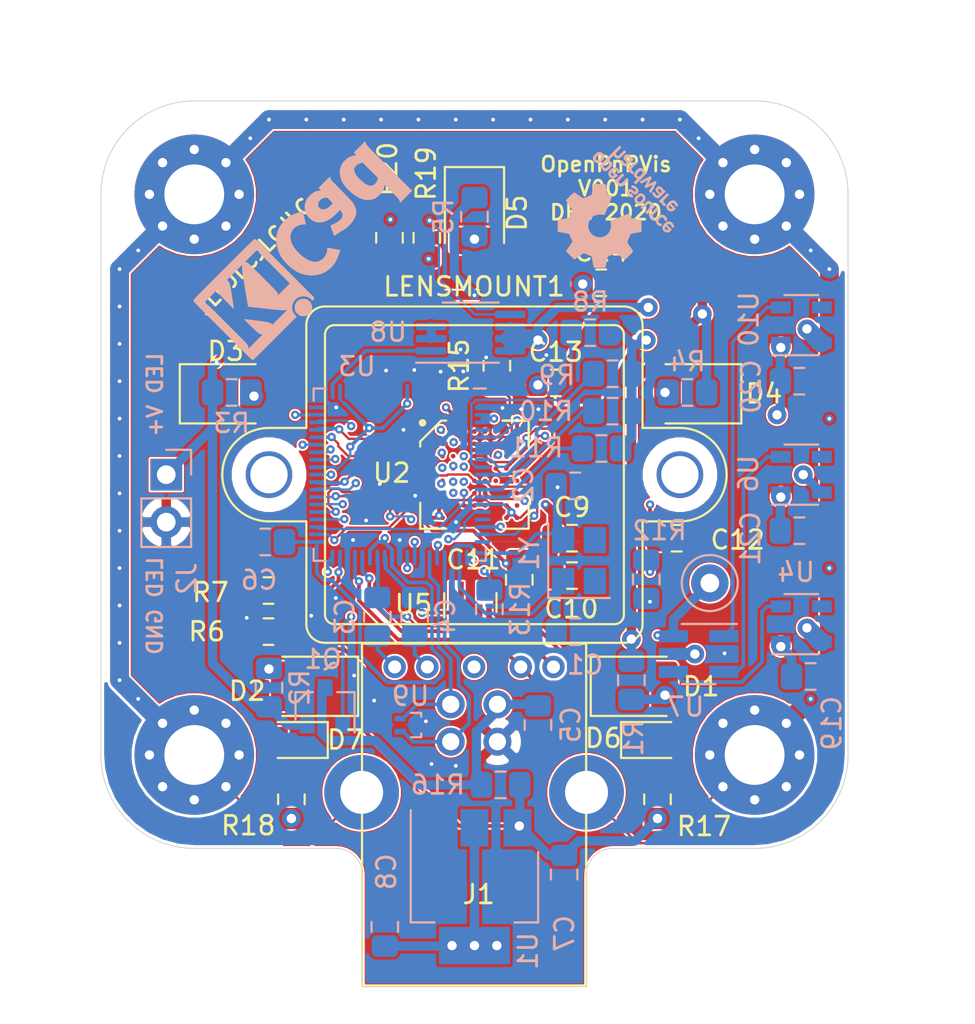
<source format=kicad_pcb>
(kicad_pcb (version 20171130) (host pcbnew "(5.1.6)-1")
  (layers (0 F.Cu signal) (1 In1.Cu signal) (2 In2.Cu signal) (31 B.Cu signal) (34 B.Paste user) (35 F.Paste user) (36 B.SilkS user) (37 F.SilkS user) (38 B.Mask user) (39 F.Mask user) (44 Edge.Cuts user))
  (net 0 "")
  (net 1 +3V3)
  (net 2 +5V)
  (net 3 GND)
  (net 4 "Net-(D1-Pad2)")
  (net 5 "Net-(D2-Pad2)")
  (net 6 "Net-(D3-Pad2)")
  (net 7 "Net-(D4-Pad2)")
  (net 8 "Net-(D5-Pad2)")
  (net 9 /H_Valid)
  (net 10 /P_CLK)
  (net 11 /MIPI_CH2_p)
  (net 12 /MIPI_CH2_n)
  (net 13 /F_VALID)
  (net 14 /MIPI_CH1_p)
  (net 15 /MIPI_CH1_n)
  (net 16 /FLASH_SIG)
  (net 17 "Net-(U2-PadA7)")
  (net 18 "Net-(U2-PadE7)")
  (net 19 "Net-(U2-PadE9)")
  (net 20 "Net-(U2-PadG9)")
  (net 21 GNDA)
  (net 22 "Net-(U3-Pad19)")
  (net 23 "Net-(U3-Pad16)")
  (net 24 "Net-(U3-Pad11)")
  (net 25 /C_DAT11)
  (net 26 /C_DAT7)
  (net 27 /C_DAT5)
  (net 28 /C_DAT8)
  (net 29 /C_DAT6)
  (net 30 /C_DAT9)
  (net 31 /C_DAT2)
  (net 32 /C_DAT10)
  (net 33 /C_DAT4)
  (net 34 /C_DAT1)
  (net 35 /C_DAT3)
  (net 36 /C_DAT0)
  (net 37 /USB_D+)
  (net 38 /USB_D-)
  (net 39 /VIN)
  (net 40 /USB_SSRX+)
  (net 41 /USB_SSTX-)
  (net 42 /USB_SSTX+)
  (net 43 /USB_SSRX-)
  (net 44 /XI)
  (net 45 /XO)
  (net 46 "Net-(R6-Pad2)")
  (net 47 "Net-(R8-Pad2)")
  (net 48 "Net-(R9-Pad2)")
  (net 49 "Net-(R10-Pad2)")
  (net 50 "Net-(R11-Pad2)")
  (net 51 "Net-(R12-Pad2)")
  (net 52 "Net-(R13-Pad2)")
  (net 53 /SDA)
  (net 54 /SCL)
  (net 55 /~OE)
  (net 56 "Net-(C3-Pad1)")
  (net 57 "Net-(C4-Pad1)")
  (net 58 /DV10)
  (net 59 "Net-(R15-Pad2)")
  (net 60 /MIPI_CLK_p)
  (net 61 /MIPI_CLK_n)
  (net 62 "Net-(U4-Pad4)")
  (net 63 "Net-(U6-Pad4)")
  (net 64 +2V8)
  (net 65 +1V8)
  (net 66 +1V2)
  (net 67 /1V8_EN)
  (net 68 /1V2_EN)
  (net 69 /33MHZ_CLK)
  (net 70 /66MHZ_CLK)
  (net 71 /~33MHZ_CLK)
  (net 72 Earth)
  (net 73 "Net-(U5-Pad10)")
  (net 74 "Net-(U5-Pad7)")
  (net 75 "Net-(U5-Pad6)")
  (net 76 "Net-(U5-Pad9)")
  (net 77 "Net-(U10-Pad4)")
  (net 78 "Net-(D6-Pad2)")
  (net 79 "Net-(D7-Pad2)")
  (net 80 "Net-(U3-Pad57)")
  (net 81 /STAT1)
  (net 82 /2V8_EN)
  (net 83 /Sensor_CLK)
  (net 84 /LED_V+)
  (module Symbol:OSHW-Logo_5.7x6mm_SilkScreen (layer B.Cu) (at 162.25 91.13 315)
    (fp_text reference REF** hide)
    (fp_text value OSHW-Logo_5.7x6mm_SilkScreen hide)
  )
  (module Symbol:KiCad-Logo_5mm_SilkScreen (layer B.Cu) (at 145.72 92.62 45)
    (fp_text reference REF** hide)
    (fp_text value KiCad-Logo_5mm_SilkScreen hide)
  )
  (module Connector_PinHeader_2.54mm:PinHeader_1x02_P2.54mm_Vertical (layer B.Cu) (at 138.5 105 180)
    (fp_text reference J2 (at -1.1 -5.57 90) (layer B.SilkS) (effects (justify mirror)))
    (fp_text value Conn_01x02)
    (pad 2 thru_hole oval (at 0 -2.54 180) (size 1.7 1.7) (drill 1) (layers *.Cu *.Mask) (net 3 GND))
    (pad 1 thru_hole rect (at 0 0 180) (size 1.7 1.7) (drill 1) (layers *.Cu *.Mask) (net 84 /LED_V+))
  )
  (module Image_Sensors:BGA-72_9x8_5.565x5.545mm (layer F.Cu) (at 155 105)
    (fp_text reference U2 (at -4.43 -0.09) (layer F.SilkS))
    (fp_text value ﻿AR0144)
    (pad A1 smd circle (at -2.28 -2.31) (size 0.25 0.25) (layers F.Cu F.Paste F.Mask) (net 3 GND))
    (pad B1 smd circle (at -2.28 -1.65) (size 0.25 0.25) (layers F.Cu F.Paste F.Mask) (net 9 /H_Valid))
    (pad C1 smd circle (at -2.28 -0.99) (size 0.25 0.25) (layers F.Cu F.Paste F.Mask) (net 25 /C_DAT11))
    (pad D1 smd circle (at -2.28 -0.33) (size 0.25 0.25) (layers F.Cu F.Paste F.Mask) (net 26 /C_DAT7))
    (pad E1 smd circle (at -2.28 0.33) (size 0.25 0.25) (layers F.Cu F.Paste F.Mask) (net 27 /C_DAT5))
    (pad F1 smd circle (at -2.28 0.99) (size 0.25 0.25) (layers F.Cu F.Paste F.Mask) (net 3 GND))
    (pad G1 smd circle (at -2.28 1.65) (size 0.25 0.25) (layers F.Cu F.Paste F.Mask) (net 65 +1V8))
    (pad H1 smd circle (at -2.28 2.31) (size 0.25 0.25) (layers F.Cu F.Paste F.Mask) (net 64 +2V8))
    (pad A2 smd circle (at -1.71 -2.31) (size 0.25 0.25) (layers F.Cu F.Paste F.Mask) (net 64 +2V8))
    (pad B2 smd circle (at -1.71 -1.65) (size 0.25 0.25) (layers F.Cu F.Paste F.Mask) (net 66 +1V2))
    (pad C2 smd circle (at -1.71 -0.99) (size 0.25 0.25) (layers F.Cu F.Paste F.Mask) (net 64 +2V8))
    (pad D2 smd circle (at -1.71 -0.33) (size 0.25 0.25) (layers F.Cu F.Paste F.Mask) (net 28 /C_DAT8))
    (pad E2 smd circle (at -1.71 0.33) (size 0.25 0.25) (layers F.Cu F.Paste F.Mask) (net 29 /C_DAT6))
    (pad F2 smd circle (at -1.71 0.99) (size 0.25 0.25) (layers F.Cu F.Paste F.Mask) (net 66 +1V2))
    (pad G2 smd circle (at -1.71 1.65) (size 0.25 0.25) (layers F.Cu F.Paste F.Mask) (net 64 +2V8))
    (pad H2 smd circle (at -1.71 2.31) (size 0.25 0.25) (layers F.Cu F.Paste F.Mask) (net 64 +2V8))
    (pad A3 smd circle (at -1.14 -2.31) (size 0.25 0.25) (layers F.Cu F.Paste F.Mask) (net 66 +1V2))
    (pad B3 smd circle (at -1.14 -1.65) (size 0.25 0.25) (layers F.Cu F.Paste F.Mask) (net 83 /Sensor_CLK))
    (pad C3 smd circle (at -1.14 -0.99) (size 0.25 0.25) (layers F.Cu F.Paste F.Mask) (net 10 /P_CLK))
    (pad D3 smd circle (at -1.14 -0.33) (size 0.25 0.25) (layers F.Cu F.Paste F.Mask) (net 30 /C_DAT9))
    (pad E3 smd circle (at -1.14 0.33) (size 0.25 0.25) (layers F.Cu F.Paste F.Mask) (net 64 +2V8))
    (pad F3 smd circle (at -1.14 0.99) (size 0.25 0.25) (layers F.Cu F.Paste F.Mask) (net 31 /C_DAT2))
    (pad G3 smd circle (at -1.14 1.65) (size 0.25 0.25) (layers F.Cu F.Paste F.Mask) (net 3 GND))
    (pad H3 smd circle (at -1.14 2.31) (size 0.25 0.25) (layers F.Cu F.Paste F.Mask) (net 3 GND))
    (pad A4 smd circle (at -0.57 -2.31) (size 0.25 0.25) (layers F.Cu F.Paste F.Mask) (net 11 /MIPI_CH2_p))
    (pad B4 smd circle (at -0.57 -1.65) (size 0.25 0.25) (layers F.Cu F.Paste F.Mask) (net 12 /MIPI_CH2_n))
    (pad C4 smd circle (at -0.57 -0.99) (size 0.25 0.25) (layers F.Cu F.Paste F.Mask) (net 13 /F_VALID))
    (pad D4 smd circle (at -0.57 -0.33) (size 0.25 0.25) (layers F.Cu F.Paste F.Mask) (net 32 /C_DAT10))
    (pad E4 smd circle (at -0.57 0.33) (size 0.25 0.25) (layers F.Cu F.Paste F.Mask) (net 33 /C_DAT4))
    (pad F4 smd circle (at -0.57 0.99) (size 0.25 0.25) (layers F.Cu F.Paste F.Mask) (net 34 /C_DAT1))
    (pad G4 smd circle (at -0.57 1.65) (size 0.25 0.25) (layers F.Cu F.Paste F.Mask) (net 66 +1V2))
    (pad H4 smd circle (at -0.57 2.31) (size 0.25 0.25) (layers F.Cu F.Paste F.Mask) (net 3 GND))
    (pad A5 smd circle (at 0 -2.31) (size 0.25 0.25) (layers F.Cu F.Paste F.Mask) (net 60 /MIPI_CLK_p))
    (pad B5 smd circle (at 0 -1.65) (size 0.25 0.25) (layers F.Cu F.Paste F.Mask) (net 61 /MIPI_CLK_n))
    (pad C5 smd circle (at 0 -0.99) (size 0.25 0.25) (layers F.Cu F.Paste F.Mask) (net 66 +1V2))
    (pad D5 smd circle (at 0 -0.33) (size 0.25 0.25) (layers F.Cu F.Paste F.Mask) (net 3 GND))
    (pad E5 smd circle (at 0 0.33) (size 0.25 0.25) (layers F.Cu F.Paste F.Mask) (net 35 /C_DAT3))
    (pad F5 smd circle (at 0 0.99) (size 0.25 0.25) (layers F.Cu F.Paste F.Mask) (net 36 /C_DAT0))
    (pad G5 smd circle (at 0 1.65) (size 0.25 0.25) (layers F.Cu F.Paste F.Mask) (net 66 +1V2))
    (pad H5 smd circle (at 0 2.31) (size 0.25 0.25) (layers F.Cu F.Paste F.Mask) (net 3 GND))
    (pad A6 smd circle (at 0.57 -2.31) (size 0.25 0.25) (layers F.Cu F.Paste F.Mask) (net 14 /MIPI_CH1_p))
    (pad B6 smd circle (at 0.57 -1.65) (size 0.25 0.25) (layers F.Cu F.Paste F.Mask) (net 15 /MIPI_CH1_n))
    (pad C6 smd circle (at 0.57 -0.99) (size 0.25 0.25) (layers F.Cu F.Paste F.Mask) (net 66 +1V2))
    (pad D6 smd circle (at 0.57 -0.33) (size 0.25 0.25) (layers F.Cu F.Paste F.Mask) (net 3 GND))
    (pad E6 smd circle (at 0.57 0.33) (size 0.25 0.25) (layers F.Cu F.Paste F.Mask) (net 53 /SDA))
    (pad F6 smd circle (at 0.57 0.99) (size 0.25 0.25) (layers F.Cu F.Paste F.Mask) (net 16 /FLASH_SIG))
    (pad G6 smd circle (at 0.57 1.65) (size 0.25 0.25) (layers F.Cu F.Paste F.Mask) (net 66 +1V2))
    (pad H6 smd circle (at 0.57 2.31) (size 0.25 0.25) (layers F.Cu F.Paste F.Mask) (net 3 GND))
    (pad A7 smd circle (at 1.14 -2.31) (size 0.25 0.25) (layers F.Cu F.Paste F.Mask) (net 17 "Net-(U2-PadA7)"))
    (pad B7 smd circle (at 1.14 -1.65) (size 0.25 0.25) (layers F.Cu F.Paste F.Mask) (net 59 "Net-(R15-Pad2)"))
    (pad C7 smd circle (at 1.14 -0.99) (size 0.25 0.25) (layers F.Cu F.Paste F.Mask) (net 54 /SCL))
    (pad D7 smd circle (at 1.14 -0.33) (size 0.25 0.25) (layers F.Cu F.Paste F.Mask) (net 55 /~OE))
    (pad E7 smd circle (at 1.14 0.33) (size 0.25 0.25) (layers F.Cu F.Paste F.Mask) (net 18 "Net-(U2-PadE7)"))
    (pad F7 smd circle (at 1.14 0.99) (size 0.25 0.25) (layers F.Cu F.Paste F.Mask) (net 3 GND))
    (pad G7 smd circle (at 1.14 1.65) (size 0.25 0.25) (layers F.Cu F.Paste F.Mask) (net 3 GND))
    (pad H7 smd circle (at 1.14 2.31) (size 0.25 0.25) (layers F.Cu F.Paste F.Mask) (net 3 GND))
    (pad A8 smd circle (at 1.71 -2.31) (size 0.25 0.25) (layers F.Cu F.Paste F.Mask) (net 3 GND))
    (pad B8 smd circle (at 1.71 -1.65) (size 0.25 0.25) (layers F.Cu F.Paste F.Mask) (net 64 +2V8))
    (pad C8 smd circle (at 1.71 -0.99) (size 0.25 0.25) (layers F.Cu F.Paste F.Mask) (net 64 +2V8))
    (pad D8 smd circle (at 1.71 -0.33) (size 0.25 0.25) (layers F.Cu F.Paste F.Mask) (net 66 +1V2))
    (pad E8 smd circle (at 1.71 0.33) (size 0.25 0.25) (layers F.Cu F.Paste F.Mask) (net 3 GND))
    (pad F8 smd circle (at 1.71 0.99) (size 0.25 0.25) (layers F.Cu F.Paste F.Mask) (net 3 GND))
    (pad G8 smd circle (at 1.71 1.65) (size 0.25 0.25) (layers F.Cu F.Paste F.Mask) (net 64 +2V8))
    (pad H8 smd circle (at 1.71 2.31) (size 0.25 0.25) (layers F.Cu F.Paste F.Mask) (net 64 +2V8))
    (pad D9 smd circle (at 2.28 -0.33) (size 0.25 0.25) (layers F.Cu F.Paste F.Mask) (net 3 GND))
    (pad E9 smd circle (at 2.28 0.33) (size 0.25 0.25) (layers F.Cu F.Paste F.Mask) (net 19 "Net-(U2-PadE9)"))
    (pad F9 smd circle (at 2.28 0.99) (size 0.25 0.25) (layers F.Cu F.Paste F.Mask) (net 64 +2V8))
    (pad G9 smd circle (at 2.28 1.65) (size 0.25 0.25) (layers F.Cu F.Paste F.Mask) (net 20 "Net-(U2-PadG9)"))
    (pad H9 smd circle (at 2.28 2.31) (size 0.25 0.25) (layers F.Cu F.Paste F.Mask) (net 64 +2V8))
  )
  (module Crystal:Crystal_SMD_3225-4Pin_3.2x2.5mm (layer B.Cu) (at 160.6 109.6 90)
    (fp_text reference Y1 (at 0.37 -2.66 90) (layer B.SilkS) (effects (justify mirror)))
    (fp_text value 30MHz)
    (pad 4 smd rect (at -1.1 0.85 90) (size 1.4 1.2) (layers B.Cu B.Paste B.Mask))
    (pad 3 smd rect (at 1.1 0.85 90) (size 1.4 1.2) (layers B.Cu B.Paste B.Mask))
    (pad 2 smd rect (at 1.1 -0.85 90) (size 1.4 1.2) (layers B.Cu B.Paste B.Mask) (net 45 /XO))
    (pad 1 smd rect (at -1.1 -0.85 90) (size 1.4 1.2) (layers B.Cu B.Paste B.Mask) (net 44 /XI))
  )
  (module Package_TO_SOT_SMD:Texas_DRT-3 (layer B.Cu) (at 151.6 118.4 90)
    (fp_text reference U9 (at 1.55 -0.02 180) (layer B.SilkS) (effects (justify mirror)))
    (fp_text value TPD2EUSB30)
    (pad 3 smd rect (at 0 0.425 90) (size 0.3 0.6) (drill (offset 0 0.15)) (layers B.Cu B.Paste B.Mask) (net 3 GND))
    (pad 2 smd rect (at 0.35 -0.425 90) (size 0.3 0.6) (drill (offset 0 -0.15)) (layers B.Cu B.Paste B.Mask) (net 38 /USB_D-))
    (pad 1 smd rect (at -0.35 -0.425 90) (size 0.3 0.6) (drill (offset 0 -0.15)) (layers B.Cu B.Paste B.Mask) (net 37 /USB_D+))
  )
  (module Package_SON:USON-10_2.5x1.0mm_P0.5mm (layer F.Cu) (at 154.78 111.84 90)
    (fp_text reference U5 (at -0.1 -3.04 180) (layer F.SilkS))
    (fp_text value TPD4EUSB30)
    (pad 8 smd rect (at 0.385 0) (size 0.4 1) (drill (offset 0 -0.225)) (layers F.Cu F.Paste F.Mask) (net 3 GND))
    (pad 10 smd rect (at 0.385 -1) (size 0.3 1) (drill (offset 0 -0.225)) (layers F.Cu F.Paste F.Mask) (net 73 "Net-(U5-Pad10)"))
    (pad 7 smd rect (at 0.385 0.5) (size 0.3 1) (drill (offset 0 -0.225)) (layers F.Cu F.Paste F.Mask) (net 74 "Net-(U5-Pad7)"))
    (pad 6 smd rect (at 0.385 1) (size 0.3 1) (drill (offset 0 -0.225)) (layers F.Cu F.Paste F.Mask) (net 75 "Net-(U5-Pad6)"))
    (pad 9 smd rect (at 0.385 -0.5) (size 0.3 1) (drill (offset 0 -0.225)) (layers F.Cu F.Paste F.Mask) (net 76 "Net-(U5-Pad9)"))
    (pad 5 smd rect (at -0.385 1) (size 0.3 1) (drill (offset 0 0.225)) (layers F.Cu F.Paste F.Mask) (net 43 /USB_SSRX-))
    (pad 4 smd rect (at -0.385 0.5) (size 0.3 1) (drill (offset 0 0.225)) (layers F.Cu F.Paste F.Mask) (net 40 /USB_SSRX+))
    (pad 3 smd rect (at -0.385 0) (size 0.4 1) (drill (offset 0 0.225)) (layers F.Cu F.Paste F.Mask) (net 3 GND))
    (pad 2 smd rect (at -0.385 -0.5) (size 0.3 1) (drill (offset 0 0.225)) (layers F.Cu F.Paste F.Mask) (net 41 /USB_SSTX-))
    (pad 1 smd rect (at -0.385 -1) (size 0.3 1) (drill (offset 0 0.225)) (layers F.Cu F.Paste F.Mask) (net 42 /USB_SSTX+))
  )
  (module Image_Sensors:CMT168-1122F (layer F.Cu) (at 155 105)
    (fp_text reference LENSMOUNT1 (at -0.02 -10.06) (layer F.SilkS))
    (fp_text value CMT168-1122F)
    (pad "" np_thru_hole circle (at 11 0 180) (size 2.5 2.5) (drill 2) (layers *.Cu *.Mask) (clearance 0.75))
    (pad "" np_thru_hole circle (at -11 0 180) (size 2.5 2.5) (drill 2) (layers *.Cu *.Mask) (clearance 0.75))
  )
  (module Resistor_SMD:R_0805_2012Metric_Pad1.15x1.40mm_HandSolder (layer F.Cu) (at 150.45 92.325 270)
    (fp_text reference R20 (at -3.675 0.1 90) (layer F.SilkS))
    (fp_text value 0R)
    (pad 2 smd roundrect (at 1.025 0 270) (size 1.15 1.4) (layers F.Cu F.Paste F.Mask) (roundrect_rratio 0.217391) (net 83 /Sensor_CLK))
    (pad 1 smd roundrect (at -1.025 0 270) (size 1.15 1.4) (layers F.Cu F.Paste F.Mask) (roundrect_rratio 0.217391) (net 45 /XO))
  )
  (module Resistor_SMD:R_0805_2012Metric_Pad1.15x1.40mm_HandSolder (layer F.Cu) (at 152.45 92.325 270)
    (fp_text reference R19 (at -3.435 0.04 90) (layer F.SilkS))
    (fp_text value 0R)
    (pad 2 smd roundrect (at 1.025 0 270) (size 1.15 1.4) (layers F.Cu F.Paste F.Mask) (roundrect_rratio 0.217391) (net 83 /Sensor_CLK))
    (pad 1 smd roundrect (at -1.025 0 270) (size 1.15 1.4) (layers F.Cu F.Paste F.Mask) (roundrect_rratio 0.217391) (net 69 /33MHZ_CLK))
  )
  (module TestPoint:TestPoint_Loop_D1.80mm_Drill1.0mm_Beaded (layer B.Cu) (at 167.6 110.8)
    (fp_text reference TP1 hide)
    (fp_text value TestPoint)
    (pad 1 thru_hole circle (at 0 0) (size 2 2) (drill 1) (layers *.Cu *.Mask) (net 81 /STAT1))
  )
  (module Image_Sensors:U235-091N-4BLRC16-4-5 (layer F.Cu) (at 154.98 122.04)
    (fp_text reference J1 (at 0.25 5.42) (layer F.SilkS))
    (fp_text value USB3_B)
    (pad 10 thru_hole circle (at -6.02 -0.04) (size 4 4) (drill 2.3) (layers *.Cu *.Mask) (net 72 Earth))
    (pad 10 thru_hole circle (at 6.02 -0.04) (size 4 4) (drill 2.3) (layers *.Cu *.Mask) (net 72 Earth))
    (pad 4 thru_hole circle (at 1.25 -2.75) (size 1.5 1.5) (drill 0.92) (layers *.Cu *.Mask) (net 3 GND))
    (pad 3 thru_hole circle (at -1.25 -2.75) (size 1.5 1.5) (drill 0.92) (layers *.Cu *.Mask) (net 37 /USB_D+))
    (pad 2 thru_hole circle (at -1.25 -4.75) (size 1.5 1.5) (drill 0.92) (layers *.Cu *.Mask) (net 38 /USB_D-))
    (pad 1 thru_hole circle (at 1.25 -4.75) (size 1.5 1.5) (drill 0.92) (layers *.Cu *.Mask) (net 39 /VIN))
    (pad 9 thru_hole circle (at 4.25 -6.75) (size 1.2 1.2) (drill 0.7) (layers *.Cu *.Mask) (net 40 /USB_SSRX+))
    (pad 5 thru_hole circle (at -4.25 -6.75) (size 1.2 1.2) (drill 0.7) (layers *.Cu *.Mask) (net 56 "Net-(C3-Pad1)"))
    (pad 6 thru_hole circle (at -2.5 -6.75) (size 1.2 1.2) (drill 0.7) (layers *.Cu *.Mask) (net 57 "Net-(C4-Pad1)"))
    (pad 8 thru_hole circle (at 2.5 -6.75) (size 1.2 1.2) (drill 0.7) (layers *.Cu *.Mask) (net 43 /USB_SSRX-))
    (pad 7 thru_hole circle (at 0 -6.75) (size 1.2 1.2) (drill 0.7) (layers *.Cu *.Mask) (net 72 Earth))
  )
  (module LED_SMD:LED_1210_3225Metric_Pad1.42x2.65mm_HandSolder (layer F.Cu) (at 155 91 270)
    (fp_text reference D5 (at 0 -2.28 90) (layer F.SilkS))
    (fp_text value LED)
    (pad 2 smd roundrect (at 1.4875 0 270) (size 1.425 2.65) (layers F.Cu F.Paste F.Mask) (roundrect_rratio 0.175439) (net 8 "Net-(D5-Pad2)"))
    (pad 1 smd roundrect (at -1.4875 0 270) (size 1.425 2.65) (layers F.Cu F.Paste F.Mask) (roundrect_rratio 0.175439) (net 3 GND))
  )
  (module LED_SMD:LED_1210_3225Metric_Pad1.42x2.65mm_HandSolder (layer F.Cu) (at 166.827291 100.673763 180)
    (fp_text reference D4 (at -3.672709 0.003763) (layer F.SilkS))
    (fp_text value LED)
    (pad 2 smd roundrect (at 1.4875 0 180) (size 1.425 2.65) (layers F.Cu F.Paste F.Mask) (roundrect_rratio 0.175439) (net 7 "Net-(D4-Pad2)"))
    (pad 1 smd roundrect (at -1.4875 0 180) (size 1.425 2.65) (layers F.Cu F.Paste F.Mask) (roundrect_rratio 0.175439) (net 3 GND))
  )
  (module LED_SMD:LED_1210_3225Metric_Pad1.42x2.65mm_HandSolder (layer F.Cu) (at 141.685209 100.673763)
    (fp_text reference D3 (at 0 -2.28) (layer F.SilkS))
    (fp_text value LED)
    (pad 2 smd roundrect (at 1.4875 0) (size 1.425 2.65) (layers F.Cu F.Paste F.Mask) (roundrect_rratio 0.175439) (net 6 "Net-(D3-Pad2)"))
    (pad 1 smd roundrect (at -1.4875 0) (size 1.425 2.65) (layers F.Cu F.Paste F.Mask) (roundrect_rratio 0.175439) (net 3 GND))
  )
  (module LED_SMD:LED_1210_3225Metric_Pad1.42x2.65mm_HandSolder (layer F.Cu) (at 146.3125 116.326237 180)
    (fp_text reference D2 (at 3.4825 -0.253763) (layer F.SilkS))
    (fp_text value LED)
    (pad 2 smd roundrect (at 1.4875 0 180) (size 1.425 2.65) (layers F.Cu F.Paste F.Mask) (roundrect_rratio 0.175439) (net 5 "Net-(D2-Pad2)"))
    (pad 1 smd roundrect (at -1.4875 0 180) (size 1.425 2.65) (layers F.Cu F.Paste F.Mask) (roundrect_rratio 0.175439) (net 3 GND))
  )
  (module LED_SMD:LED_1210_3225Metric_Pad1.42x2.65mm_HandSolder (layer F.Cu) (at 163.6875 116.326237)
    (fp_text reference D1 (at 3.4525 0.013763) (layer F.SilkS))
    (fp_text value LED)
    (pad 2 smd roundrect (at 1.4875 0) (size 1.425 2.65) (layers F.Cu F.Paste F.Mask) (roundrect_rratio 0.175439) (net 4 "Net-(D1-Pad2)"))
    (pad 1 smd roundrect (at -1.4875 0) (size 1.425 2.65) (layers F.Cu F.Paste F.Mask) (roundrect_rratio 0.175439) (net 3 GND))
  )
  (module MountingHole:MountingHole_3.2mm_M3_Pad_Via (layer F.Cu) (at 140 90)
    (fp_text reference H4 hide)
    (fp_text value M3)
    (pad 1 thru_hole circle (at 1.697056 -1.697056) (size 0.8 0.8) (drill 0.5) (layers *.Cu *.Mask) (net 72 Earth))
    (pad 1 thru_hole circle (at 0 -2.4) (size 0.8 0.8) (drill 0.5) (layers *.Cu *.Mask) (net 72 Earth))
    (pad 1 thru_hole circle (at -1.697056 -1.697056) (size 0.8 0.8) (drill 0.5) (layers *.Cu *.Mask) (net 72 Earth))
    (pad 1 thru_hole circle (at -2.4 0) (size 0.8 0.8) (drill 0.5) (layers *.Cu *.Mask) (net 72 Earth))
    (pad 1 thru_hole circle (at -1.697056 1.697056) (size 0.8 0.8) (drill 0.5) (layers *.Cu *.Mask) (net 72 Earth))
    (pad 1 thru_hole circle (at 0 2.4) (size 0.8 0.8) (drill 0.5) (layers *.Cu *.Mask) (net 72 Earth))
    (pad 1 thru_hole circle (at 1.697056 1.697056) (size 0.8 0.8) (drill 0.5) (layers *.Cu *.Mask) (net 72 Earth))
    (pad 1 thru_hole circle (at 2.4 0) (size 0.8 0.8) (drill 0.5) (layers *.Cu *.Mask) (net 72 Earth))
    (pad 1 thru_hole circle (at 0 0) (size 6.4 6.4) (drill 3.2) (layers *.Cu *.Mask) (net 72 Earth))
  )
  (module MountingHole:MountingHole_3.2mm_M3_Pad_Via (layer F.Cu) (at 170 90)
    (fp_text reference H3 hide)
    (fp_text value M3)
    (pad 1 thru_hole circle (at 1.697056 -1.697056) (size 0.8 0.8) (drill 0.5) (layers *.Cu *.Mask) (net 72 Earth))
    (pad 1 thru_hole circle (at 0 -2.4) (size 0.8 0.8) (drill 0.5) (layers *.Cu *.Mask) (net 72 Earth))
    (pad 1 thru_hole circle (at -1.697056 -1.697056) (size 0.8 0.8) (drill 0.5) (layers *.Cu *.Mask) (net 72 Earth))
    (pad 1 thru_hole circle (at -2.4 0) (size 0.8 0.8) (drill 0.5) (layers *.Cu *.Mask) (net 72 Earth))
    (pad 1 thru_hole circle (at -1.697056 1.697056) (size 0.8 0.8) (drill 0.5) (layers *.Cu *.Mask) (net 72 Earth))
    (pad 1 thru_hole circle (at 0 2.4) (size 0.8 0.8) (drill 0.5) (layers *.Cu *.Mask) (net 72 Earth))
    (pad 1 thru_hole circle (at 1.697056 1.697056) (size 0.8 0.8) (drill 0.5) (layers *.Cu *.Mask) (net 72 Earth))
    (pad 1 thru_hole circle (at 2.4 0) (size 0.8 0.8) (drill 0.5) (layers *.Cu *.Mask) (net 72 Earth))
    (pad 1 thru_hole circle (at 0 0) (size 6.4 6.4) (drill 3.2) (layers *.Cu *.Mask) (net 72 Earth))
  )
  (module MountingHole:MountingHole_3.2mm_M3_Pad_Via (layer F.Cu) (at 170 120)
    (fp_text reference H2 hide)
    (fp_text value M3)
    (pad 1 thru_hole circle (at 1.697056 -1.697056) (size 0.8 0.8) (drill 0.5) (layers *.Cu *.Mask) (net 72 Earth))
    (pad 1 thru_hole circle (at 0 -2.4) (size 0.8 0.8) (drill 0.5) (layers *.Cu *.Mask) (net 72 Earth))
    (pad 1 thru_hole circle (at -1.697056 -1.697056) (size 0.8 0.8) (drill 0.5) (layers *.Cu *.Mask) (net 72 Earth))
    (pad 1 thru_hole circle (at -2.4 0) (size 0.8 0.8) (drill 0.5) (layers *.Cu *.Mask) (net 72 Earth))
    (pad 1 thru_hole circle (at -1.697056 1.697056) (size 0.8 0.8) (drill 0.5) (layers *.Cu *.Mask) (net 72 Earth))
    (pad 1 thru_hole circle (at 0 2.4) (size 0.8 0.8) (drill 0.5) (layers *.Cu *.Mask) (net 72 Earth))
    (pad 1 thru_hole circle (at 1.697056 1.697056) (size 0.8 0.8) (drill 0.5) (layers *.Cu *.Mask) (net 72 Earth))
    (pad 1 thru_hole circle (at 2.4 0) (size 0.8 0.8) (drill 0.5) (layers *.Cu *.Mask) (net 72 Earth))
    (pad 1 thru_hole circle (at 0 0) (size 6.4 6.4) (drill 3.2) (layers *.Cu *.Mask) (net 72 Earth))
  )
  (module MountingHole:MountingHole_3.2mm_M3_Pad_Via (layer F.Cu) (at 140 120)
    (fp_text reference H1 hide)
    (fp_text value M3)
    (pad 1 thru_hole circle (at 1.697056 -1.697056) (size 0.8 0.8) (drill 0.5) (layers *.Cu *.Mask) (net 72 Earth))
    (pad 1 thru_hole circle (at 0 -2.4) (size 0.8 0.8) (drill 0.5) (layers *.Cu *.Mask) (net 72 Earth))
    (pad 1 thru_hole circle (at -1.697056 -1.697056) (size 0.8 0.8) (drill 0.5) (layers *.Cu *.Mask) (net 72 Earth))
    (pad 1 thru_hole circle (at -2.4 0) (size 0.8 0.8) (drill 0.5) (layers *.Cu *.Mask) (net 72 Earth))
    (pad 1 thru_hole circle (at -1.697056 1.697056) (size 0.8 0.8) (drill 0.5) (layers *.Cu *.Mask) (net 72 Earth))
    (pad 1 thru_hole circle (at 0 2.4) (size 0.8 0.8) (drill 0.5) (layers *.Cu *.Mask) (net 72 Earth))
    (pad 1 thru_hole circle (at 1.697056 1.697056) (size 0.8 0.8) (drill 0.5) (layers *.Cu *.Mask) (net 72 Earth))
    (pad 1 thru_hole circle (at 2.4 0) (size 0.8 0.8) (drill 0.5) (layers *.Cu *.Mask) (net 72 Earth))
    (pad 1 thru_hole circle (at 0 0) (size 6.4 6.4) (drill 3.2) (layers *.Cu *.Mask) (net 72 Earth))
  )
  (module Resistor_SMD:R_0805_2012Metric_Pad1.15x1.40mm_HandSolder (layer F.Cu) (at 145.2 122.375 90)
    (fp_text reference R18 (at -1.405 -2.31 180) (layer F.SilkS))
    (fp_text value R_Small)
    (pad 2 smd roundrect (at 1.025 0 90) (size 1.15 1.4) (layers F.Cu F.Paste F.Mask) (roundrect_rratio 0.217391) (net 79 "Net-(D7-Pad2)"))
    (pad 1 smd roundrect (at -1.025 0 90) (size 1.15 1.4) (layers F.Cu F.Paste F.Mask) (roundrect_rratio 0.217391) (net 1 +3V3))
  )
  (module Resistor_SMD:R_0805_2012Metric_Pad1.15x1.40mm_HandSolder (layer F.Cu) (at 164.8 122.375 90)
    (fp_text reference R17 (at -1.445 2.49 180) (layer F.SilkS))
    (fp_text value R_Small)
    (pad 2 smd roundrect (at 1.025 0 90) (size 1.15 1.4) (layers F.Cu F.Paste F.Mask) (roundrect_rratio 0.217391) (net 78 "Net-(D6-Pad2)"))
    (pad 1 smd roundrect (at -1.025 0 90) (size 1.15 1.4) (layers F.Cu F.Paste F.Mask) (roundrect_rratio 0.217391) (net 2 +5V))
  )
  (module LED_SMD:LED_0805_2012Metric (layer F.Cu) (at 145.4625 119.2 180)
    (fp_text reference D7 (at -2.6275 0.01) (layer F.SilkS))
    (fp_text value LED)
    (pad 2 smd roundrect (at 0.9375 0 180) (size 0.975 1.4) (layers F.Cu F.Paste F.Mask) (net 79 "Net-(D7-Pad2)"))
    (pad 1 smd roundrect (at -0.9375 0 180) (size 0.975 1.4) (layers F.Cu F.Paste F.Mask) (net 3 GND))
  )
  (module LED_SMD:LED_0805_2012Metric (layer F.Cu) (at 164.5375 119.2)
    (fp_text reference D6 (at -2.6375 -0.1) (layer F.SilkS))
    (fp_text value LED)
    (pad 2 smd roundrect (at 0.9375 0) (size 0.975 1.4) (layers F.Cu F.Paste F.Mask) (net 78 "Net-(D6-Pad2)"))
    (pad 1 smd roundrect (at -0.9375 0) (size 0.975 1.4) (layers F.Cu F.Paste F.Mask) (net 3 GND))
  )
  (module Package_TO_SOT_SMD:SOT-23-5 (layer B.Cu) (at 172.5 97)
    (fp_text reference U10 (at -2.81 -0.32 90) (layer B.SilkS) (effects (justify mirror)))
    (fp_text value AP2127K-1.8)
    (pad 5 smd rect (at 1.1 0.95) (size 1.06 0.65) (layers B.Cu B.Paste B.Mask) (net 65 +1V8))
    (pad 4 smd rect (at 1.1 -0.95) (size 1.06 0.65) (layers B.Cu B.Paste B.Mask) (net 77 "Net-(U10-Pad4)"))
    (pad 3 smd rect (at -1.1 -0.95) (size 1.06 0.65) (layers B.Cu B.Paste B.Mask) (net 67 /1V8_EN))
    (pad 2 smd rect (at -1.1 0) (size 1.06 0.65) (layers B.Cu B.Paste B.Mask) (net 3 GND))
    (pad 1 smd rect (at -1.1 0.95) (size 1.06 0.65) (layers B.Cu B.Paste B.Mask) (net 1 +3V3))
  )
  (module Resistor_SMD:R_0805_2012Metric_Pad1.15x1.40mm_HandSolder (layer B.Cu) (at 156.4 121.6)
    (fp_text reference R16 (at -3.36 0) (layer B.SilkS) (effects (justify mirror)))
    (fp_text value 0R)
    (pad 2 smd roundrect (at 1.025 0) (size 1.15 1.4) (layers B.Cu B.Paste B.Mask) (roundrect_rratio 0.217391) (net 2 +5V))
    (pad 1 smd roundrect (at -1.025 0) (size 1.15 1.4) (layers B.Cu B.Paste B.Mask) (roundrect_rratio 0.217391) (net 39 /VIN))
  )
  (module Capacitor_SMD:C_0805_2012Metric_Pad1.15x1.40mm_HandSolder (layer B.Cu) (at 172.4 108 180)
    (fp_text reference C21 (at 2.62 -0.42 90) (layer B.SilkS) (effects (justify mirror)))
    (fp_text value 10uF)
    (pad 2 smd roundrect (at 1.025 0 180) (size 1.15 1.4) (layers B.Cu B.Paste B.Mask) (roundrect_rratio 0.217391) (net 1 +3V3))
    (pad 1 smd roundrect (at -1.025 0 180) (size 1.15 1.4) (layers B.Cu B.Paste B.Mask) (roundrect_rratio 0.217391) (net 3 GND))
  )
  (module Capacitor_SMD:C_0805_2012Metric_Pad1.15x1.40mm_HandSolder (layer B.Cu) (at 172.4 100 180)
    (fp_text reference C20 (at 2.59 -0.29 90) (layer B.SilkS) (effects (justify mirror)))
    (fp_text value 10uF)
    (pad 2 smd roundrect (at 1.025 0 180) (size 1.15 1.4) (layers B.Cu B.Paste B.Mask) (roundrect_rratio 0.217391) (net 1 +3V3))
    (pad 1 smd roundrect (at -1.025 0 180) (size 1.15 1.4) (layers B.Cu B.Paste B.Mask) (roundrect_rratio 0.217391) (net 3 GND))
  )
  (module Capacitor_SMD:C_0805_2012Metric_Pad1.15x1.40mm_HandSolder (layer B.Cu) (at 173 115.8 180)
    (fp_text reference C19 (at -1.13 -2.5 270) (layer B.SilkS) (effects (justify mirror)))
    (fp_text value 10uF)
    (pad 2 smd roundrect (at 1.025 0 180) (size 1.15 1.4) (layers B.Cu B.Paste B.Mask) (roundrect_rratio 0.217391) (net 1 +3V3))
    (pad 1 smd roundrect (at -1.025 0 180) (size 1.15 1.4) (layers B.Cu B.Paste B.Mask) (roundrect_rratio 0.217391) (net 3 GND))
  )
  (module Capacitor_SMD:C_0805_2012Metric_Pad1.15x1.40mm_HandSolder (layer B.Cu) (at 150.2 129.2 90)
    (fp_text reference C8 (at 2.95 0.09 270) (layer B.SilkS) (effects (justify mirror)))
    (fp_text value 10uF)
    (pad 2 smd roundrect (at 1.025 0 90) (size 1.15 1.4) (layers B.Cu B.Paste B.Mask) (roundrect_rratio 0.217391) (net 3 GND))
    (pad 1 smd roundrect (at -1.025 0 90) (size 1.15 1.4) (layers B.Cu B.Paste B.Mask) (roundrect_rratio 0.217391) (net 1 +3V3))
  )
  (module Capacitor_SMD:C_0805_2012Metric_Pad1.15x1.40mm_HandSolder (layer B.Cu) (at 159.8 126.4 270)
    (fp_text reference C7 (at 3.15 -0.02 270) (layer B.SilkS) (effects (justify mirror)))
    (fp_text value 10uF)
    (pad 2 smd roundrect (at 1.025 0 270) (size 1.15 1.4) (layers B.Cu B.Paste B.Mask) (roundrect_rratio 0.217391) (net 3 GND))
    (pad 1 smd roundrect (at -1.025 0 270) (size 1.15 1.4) (layers B.Cu B.Paste B.Mask) (roundrect_rratio 0.217391) (net 2 +5V))
  )
  (module Package_SO:MSOP-8_3x3mm_P0.65mm (layer B.Cu) (at 154.8 97.4)
    (fp_text reference U8 (at -4.42 -0.03) (layer B.SilkS) (effects (justify mirror)))
    (fp_text value 74LVC2G74)
    (pad 1 smd roundrect (at -2.1125 0.975) (size 1.625 0.4) (layers B.Cu B.Paste B.Mask) (net 70 /66MHZ_CLK))
    (pad 2 smd roundrect (at -2.1125 0.325) (size 1.625 0.4) (layers B.Cu B.Paste B.Mask) (net 71 /~33MHZ_CLK))
    (pad 3 smd roundrect (at -2.1125 -0.325) (size 1.625 0.4) (layers B.Cu B.Paste B.Mask) (net 71 /~33MHZ_CLK))
    (pad 4 smd roundrect (at -2.1125 -0.975) (size 1.625 0.4) (layers B.Cu B.Paste B.Mask) (net 3 GND))
    (pad 5 smd roundrect (at 2.1125 -0.975) (size 1.625 0.4) (layers B.Cu B.Paste B.Mask) (net 69 /33MHZ_CLK))
    (pad 6 smd roundrect (at 2.1125 -0.325) (size 1.625 0.4) (layers B.Cu B.Paste B.Mask) (net 64 +2V8))
    (pad 7 smd roundrect (at 2.1125 0.325) (size 1.625 0.4) (layers B.Cu B.Paste B.Mask) (net 64 +2V8))
    (pad 8 smd roundrect (at 2.1125 0.975) (size 1.625 0.4) (layers B.Cu B.Paste B.Mask) (net 64 +2V8))
  )
  (module Package_TO_SOT_SMD:SOT-23 (layer B.Cu) (at 147 117.4 90)
    (fp_text reference Q1 (at 2.53 -0.11 180) (layer B.SilkS) (effects (justify mirror)))
    (fp_text value CJ2305)
    (pad 3 smd rect (at 1 0 90) (size 0.9 0.8) (layers B.Cu B.Paste B.Mask) (net 39 /VIN))
    (pad 2 smd rect (at -1 -0.95 90) (size 0.9 0.8) (layers B.Cu B.Paste B.Mask) (net 84 /LED_V+))
    (pad 1 smd rect (at -1 0.95 90) (size 0.9 0.8) (layers B.Cu B.Paste B.Mask) (net 16 /FLASH_SIG))
  )
  (module Package_TO_SOT_SMD:SOT-23-6_Handsoldering (layer B.Cu) (at 167 114.6 180)
    (fp_text reference U7 (at 0.7 -2.83) (layer B.SilkS) (effects (justify mirror)))
    (fp_text value ATtiny10-TS)
    (pad 5 smd rect (at 1.35 0 180) (size 1.56 0.65) (layers B.Cu B.Paste B.Mask) (net 2 +5V))
    (pad 6 smd rect (at 1.35 0.95 180) (size 1.56 0.65) (layers B.Cu B.Paste B.Mask) (net 81 /STAT1))
    (pad 4 smd rect (at 1.35 -0.95 180) (size 1.56 0.65) (layers B.Cu B.Paste B.Mask) (net 82 /2V8_EN))
    (pad 3 smd rect (at -1.35 -0.95 180) (size 1.56 0.65) (layers B.Cu B.Paste B.Mask) (net 68 /1V2_EN))
    (pad 2 smd rect (at -1.35 0 180) (size 1.56 0.65) (layers B.Cu B.Paste B.Mask) (net 3 GND))
    (pad 1 smd rect (at -1.35 0.95 180) (size 1.56 0.65) (layers B.Cu B.Paste B.Mask) (net 67 /1V8_EN))
  )
  (module Package_TO_SOT_SMD:SOT-23-5 (layer B.Cu) (at 172.5 105)
    (fp_text reference U6 (at -2.83 -0.05 90) (layer B.SilkS) (effects (justify mirror)))
    (fp_text value AP2127K-1.2)
    (pad 5 smd rect (at 1.1 0.95) (size 1.06 0.65) (layers B.Cu B.Paste B.Mask) (net 66 +1V2))
    (pad 4 smd rect (at 1.1 -0.95) (size 1.06 0.65) (layers B.Cu B.Paste B.Mask) (net 63 "Net-(U6-Pad4)"))
    (pad 3 smd rect (at -1.1 -0.95) (size 1.06 0.65) (layers B.Cu B.Paste B.Mask) (net 68 /1V2_EN))
    (pad 2 smd rect (at -1.1 0) (size 1.06 0.65) (layers B.Cu B.Paste B.Mask) (net 3 GND))
    (pad 1 smd rect (at -1.1 0.95) (size 1.06 0.65) (layers B.Cu B.Paste B.Mask) (net 1 +3V3))
  )
  (module Package_TO_SOT_SMD:SOT-23-5 (layer B.Cu) (at 172.5 113)
    (fp_text reference U4 (at -0.28 -2.78 180) (layer B.SilkS) (effects (justify mirror)))
    (fp_text value AP2127K-2.8)
    (pad 5 smd rect (at 1.1 0.95) (size 1.06 0.65) (layers B.Cu B.Paste B.Mask) (net 64 +2V8))
    (pad 4 smd rect (at 1.1 -0.95) (size 1.06 0.65) (layers B.Cu B.Paste B.Mask) (net 62 "Net-(U4-Pad4)"))
    (pad 3 smd rect (at -1.1 -0.95) (size 1.06 0.65) (layers B.Cu B.Paste B.Mask) (net 82 /2V8_EN))
    (pad 2 smd rect (at -1.1 0) (size 1.06 0.65) (layers B.Cu B.Paste B.Mask) (net 3 GND))
    (pad 1 smd rect (at -1.1 0.95) (size 1.06 0.65) (layers B.Cu B.Paste B.Mask) (net 1 +3V3))
  )
  (module Resistor_SMD:R_0805_2012Metric_Pad1.15x1.40mm_HandSolder (layer F.Cu) (at 156.2 99.175 270)
    (fp_text reference R15 (at 0.005 2.02 90) (layer F.SilkS))
    (fp_text value 1.6K)
    (pad 2 smd roundrect (at 1.025 0 270) (size 1.15 1.4) (layers F.Cu F.Paste F.Mask) (roundrect_rratio 0.217391) (net 59 "Net-(R15-Pad2)"))
    (pad 1 smd roundrect (at -1.025 0 270) (size 1.15 1.4) (layers F.Cu F.Paste F.Mask) (roundrect_rratio 0.217391) (net 3 GND))
  )
  (module Capacitor_SMD:C_0805_2012Metric_Pad1.15x1.40mm_HandSolder (layer B.Cu) (at 143.8 108.6 180)
    (fp_text reference C6 (at 0.33 -2.04) (layer B.SilkS) (effects (justify mirror)))
    (fp_text value 4.7uF)
    (pad 2 smd roundrect (at 1.025 0 180) (size 1.15 1.4) (layers B.Cu B.Paste B.Mask) (roundrect_rratio 0.217391) (net 3 GND))
    (pad 1 smd roundrect (at -1.025 0 180) (size 1.15 1.4) (layers B.Cu B.Paste B.Mask) (roundrect_rratio 0.217391) (net 58 /DV10))
  )
  (module Capacitor_SMD:C_0805_2012Metric_Pad1.15x1.40mm_HandSolder (layer B.Cu) (at 158.4 118.4 270)
    (fp_text reference C5 (at -0.02 -1.76 270) (layer B.SilkS) (effects (justify mirror)))
    (fp_text value 10uF)
    (pad 2 smd roundrect (at 1.025 0 270) (size 1.15 1.4) (layers B.Cu B.Paste B.Mask) (roundrect_rratio 0.217391) (net 3 GND))
    (pad 1 smd roundrect (at -1.025 0 270) (size 1.15 1.4) (layers B.Cu B.Paste B.Mask) (roundrect_rratio 0.217391) (net 39 /VIN))
  )
  (module Capacitor_SMD:C_0805_2012Metric_Pad1.15x1.40mm_HandSolder (layer B.Cu) (at 151.8 112.6 90)
    (fp_text reference C4 (at 0 1.65 90) (layer B.SilkS) (effects (justify mirror)))
    (fp_text value 100nF)
    (pad 2 smd roundrect (at 1.025 0 90) (size 1.15 1.4) (layers B.Cu B.Paste B.Mask) (roundrect_rratio 0.217391) (net 42 /USB_SSTX+))
    (pad 1 smd roundrect (at -1.025 0 90) (size 1.15 1.4) (layers B.Cu B.Paste B.Mask) (roundrect_rratio 0.217391) (net 57 "Net-(C4-Pad1)"))
  )
  (module Capacitor_SMD:C_0805_2012Metric_Pad1.15x1.40mm_HandSolder (layer B.Cu) (at 149.8 112.6 90)
    (fp_text reference C3 (at -0.01 -1.74 90) (layer B.SilkS) (effects (justify mirror)))
    (fp_text value 100nF)
    (pad 2 smd roundrect (at 1.025 0 90) (size 1.15 1.4) (layers B.Cu B.Paste B.Mask) (roundrect_rratio 0.217391) (net 41 /USB_SSTX-))
    (pad 1 smd roundrect (at -1.025 0 90) (size 1.15 1.4) (layers B.Cu B.Paste B.Mask) (roundrect_rratio 0.217391) (net 56 "Net-(C3-Pad1)"))
  )
  (module Resistor_SMD:R_0805_2012Metric_Pad1.15x1.40mm_HandSolder (layer B.Cu) (at 155.8 112.2 90)
    (fp_text reference R13 (at 0 1.65 90) (layer B.SilkS) (effects (justify mirror)))
    (fp_text value 1.6K)
    (pad 2 smd roundrect (at 1.025 0 90) (size 1.15 1.4) (layers B.Cu B.Paste B.Mask) (roundrect_rratio 0.217391) (net 52 "Net-(R13-Pad2)"))
    (pad 1 smd roundrect (at -1.025 0 90) (size 1.15 1.4) (layers B.Cu B.Paste B.Mask) (roundrect_rratio 0.217391) (net 3 GND))
  )
  (module Resistor_SMD:R_0805_2012Metric_Pad1.15x1.40mm_HandSolder (layer B.Cu) (at 164.2 110.6 90)
    (fp_text reference R12 (at 2.61 0.71) (layer B.SilkS) (effects (justify mirror)))
    (fp_text value 1.6K)
    (pad 1 smd roundrect (at -1.025 0 90) (size 1.15 1.4) (layers B.Cu B.Paste B.Mask) (roundrect_rratio 0.217391) (net 1 +3V3))
    (pad 2 smd roundrect (at 1.025 0 90) (size 1.15 1.4) (layers B.Cu B.Paste B.Mask) (roundrect_rratio 0.217391) (net 51 "Net-(R12-Pad2)"))
  )
  (module Resistor_SMD:R_0805_2012Metric_Pad1.15x1.40mm_HandSolder (layer B.Cu) (at 161.8 103.6 180)
    (fp_text reference R11 (at 3.5 0.04 180) (layer B.SilkS) (effects (justify mirror)))
    (fp_text value 1.6K)
    (pad 2 smd roundrect (at 1.025 0 180) (size 1.15 1.4) (layers B.Cu B.Paste B.Mask) (roundrect_rratio 0.217391) (net 50 "Net-(R11-Pad2)"))
    (pad 1 smd roundrect (at -1.025 0 180) (size 1.15 1.4) (layers B.Cu B.Paste B.Mask) (roundrect_rratio 0.217391) (net 1 +3V3))
  )
  (module Resistor_SMD:R_0805_2012Metric_Pad1.15x1.40mm_HandSolder (layer B.Cu) (at 162.4 101.6 180)
    (fp_text reference R10 (at 3.57 -0.01) (layer B.SilkS) (effects (justify mirror)))
    (fp_text value 1.6K)
    (pad 2 smd roundrect (at 1.025 0 180) (size 1.15 1.4) (layers B.Cu B.Paste B.Mask) (roundrect_rratio 0.217391) (net 49 "Net-(R10-Pad2)"))
    (pad 1 smd roundrect (at -1.025 0 180) (size 1.15 1.4) (layers B.Cu B.Paste B.Mask) (roundrect_rratio 0.217391) (net 1 +3V3))
  )
  (module Resistor_SMD:R_0805_2012Metric_Pad1.15x1.40mm_HandSolder (layer B.Cu) (at 162.4 99.6 180)
    (fp_text reference R9 (at 2.99 -0.08 180) (layer B.SilkS) (effects (justify mirror)))
    (fp_text value 1.6K)
    (pad 2 smd roundrect (at 1.025 0 180) (size 1.15 1.4) (layers B.Cu B.Paste B.Mask) (roundrect_rratio 0.217391) (net 48 "Net-(R9-Pad2)"))
    (pad 1 smd roundrect (at -1.025 0 180) (size 1.15 1.4) (layers B.Cu B.Paste B.Mask) (roundrect_rratio 0.217391) (net 1 +3V3))
  )
  (module Resistor_SMD:R_0805_2012Metric_Pad1.15x1.40mm_HandSolder (layer B.Cu) (at 161.2 97.4 180)
    (fp_text reference R8 (at 0 1.65) (layer B.SilkS) (effects (justify mirror)))
    (fp_text value 1.6K)
    (pad 2 smd roundrect (at 1.025 0 180) (size 1.15 1.4) (layers B.Cu B.Paste B.Mask) (roundrect_rratio 0.217391) (net 47 "Net-(R8-Pad2)"))
    (pad 1 smd roundrect (at -1.025 0 180) (size 1.15 1.4) (layers B.Cu B.Paste B.Mask) (roundrect_rratio 0.217391) (net 1 +3V3))
  )
  (module Resistor_SMD:R_0805_2012Metric_Pad1.15x1.40mm_HandSolder (layer F.Cu) (at 143.975 111.2)
    (fp_text reference R7 (at -3.105 0.1) (layer F.SilkS))
    (fp_text value 10K)
    (pad 2 smd roundrect (at 1.025 0) (size 1.15 1.4) (layers F.Cu F.Paste F.Mask) (roundrect_rratio 0.217391) (net 46 "Net-(R6-Pad2)"))
    (pad 1 smd roundrect (at -1.025 0) (size 1.15 1.4) (layers F.Cu F.Paste F.Mask) (roundrect_rratio 0.217391) (net 3 GND))
  )
  (module Resistor_SMD:R_0805_2012Metric_Pad1.15x1.40mm_HandSolder (layer F.Cu) (at 143.975 113.4)
    (fp_text reference R6 (at -3.305 0) (layer F.SilkS))
    (fp_text value 4.7K)
    (pad 2 smd roundrect (at 1.025 0) (size 1.15 1.4) (layers F.Cu F.Paste F.Mask) (roundrect_rratio 0.217391) (net 46 "Net-(R6-Pad2)"))
    (pad 1 smd roundrect (at -1.025 0) (size 1.15 1.4) (layers F.Cu F.Paste F.Mask) (roundrect_rratio 0.217391) (net 2 +5V))
  )
  (module Capacitor_SMD:C_0805_2012Metric_Pad1.15x1.40mm_HandSolder (layer B.Cu) (at 160.4 105.6)
    (fp_text reference C2 (at -2.77 -0.05 90) (layer B.SilkS) (effects (justify mirror)))
    (fp_text value 100nF)
    (pad 2 smd roundrect (at 1.025 0) (size 1.15 1.4) (layers B.Cu B.Paste B.Mask) (roundrect_rratio 0.217391) (net 3 GND))
    (pad 1 smd roundrect (at -1.025 0) (size 1.15 1.4) (layers B.Cu B.Paste B.Mask) (roundrect_rratio 0.217391) (net 45 /XO))
  )
  (module Capacitor_SMD:C_0805_2012Metric_Pad1.15x1.40mm_HandSolder (layer B.Cu) (at 160.4 113.4)
    (fp_text reference C1 (at 0.52 1.78) (layer B.SilkS) (effects (justify mirror)))
    (fp_text value 100nF)
    (pad 2 smd roundrect (at 1.025 0) (size 1.15 1.4) (layers B.Cu B.Paste B.Mask) (roundrect_rratio 0.217391) (net 3 GND))
    (pad 1 smd roundrect (at -1.025 0) (size 1.15 1.4) (layers B.Cu B.Paste B.Mask) (roundrect_rratio 0.217391) (net 44 /XI))
  )
  (module Package_DFN_QFN:QFN-76-1EP_9x9mm_P0.4mm_EP3.8x3.8mm (layer B.Cu) (at 151 105 180)
    (fp_text reference U3 (at 2.29 5.79) (layer B.SilkS) (effects (justify mirror)))
    (fp_text value FT602Q)
    (pad 77 smd rect (at 0 0 180) (size 3.8 3.8) (layers B.Cu B.Mask) (net 3 GND))
    (pad 76 smd roundrect (at -3.6 4.4375 180) (size 0.2 0.825) (layers B.Cu B.Paste B.Mask) (net 3 GND))
    (pad 75 smd roundrect (at -3.2 4.4375 180) (size 0.2 0.825) (layers B.Cu B.Paste B.Mask) (net 3 GND))
    (pad 74 smd roundrect (at -2.8 4.4375 180) (size 0.2 0.825) (layers B.Cu B.Paste B.Mask) (net 3 GND))
    (pad 73 smd roundrect (at -2.4 4.4375 180) (size 0.2 0.825) (layers B.Cu B.Paste B.Mask) (net 3 GND))
    (pad 72 smd roundrect (at -2 4.4375 180) (size 0.2 0.825) (layers B.Cu B.Paste B.Mask) (net 3 GND))
    (pad 71 smd roundrect (at -1.6 4.4375 180) (size 0.2 0.825) (layers B.Cu B.Paste B.Mask) (net 3 GND))
    (pad 70 smd roundrect (at -1.2 4.4375 180) (size 0.2 0.825) (layers B.Cu B.Paste B.Mask) (net 3 GND))
    (pad 69 smd roundrect (at -0.8 4.4375 180) (size 0.2 0.825) (layers B.Cu B.Paste B.Mask) (net 3 GND))
    (pad 68 smd roundrect (at -0.4 4.4375 180) (size 0.2 0.825) (layers B.Cu B.Paste B.Mask) (net 64 +2V8))
    (pad 67 smd roundrect (at 0 4.4375 180) (size 0.2 0.825) (layers B.Cu B.Paste B.Mask) (net 3 GND))
    (pad 66 smd roundrect (at 0.4 4.4375 180) (size 0.2 0.825) (layers B.Cu B.Paste B.Mask) (net 3 GND))
    (pad 65 smd roundrect (at 0.8 4.4375 180) (size 0.2 0.825) (layers B.Cu B.Paste B.Mask) (net 3 GND))
    (pad 64 smd roundrect (at 1.2 4.4375 180) (size 0.2 0.825) (layers B.Cu B.Paste B.Mask) (net 3 GND))
    (pad 63 smd roundrect (at 1.6 4.4375 180) (size 0.2 0.825) (layers B.Cu B.Paste B.Mask) (net 3 GND))
    (pad 62 smd roundrect (at 2 4.4375 180) (size 0.2 0.825) (layers B.Cu B.Paste B.Mask) (net 3 GND))
    (pad 61 smd roundrect (at 2.4 4.4375 180) (size 0.2 0.825) (layers B.Cu B.Paste B.Mask) (net 3 GND))
    (pad 60 smd roundrect (at 2.8 4.4375 180) (size 0.2 0.825) (layers B.Cu B.Paste B.Mask) (net 3 GND))
    (pad 59 smd roundrect (at 3.2 4.4375 180) (size 0.2 0.825) (layers B.Cu B.Paste B.Mask) (net 64 +2V8))
    (pad 58 smd roundrect (at 3.6 4.4375 180) (size 0.2 0.825) (layers B.Cu B.Paste B.Mask) (net 70 /66MHZ_CLK))
    (pad 57 smd roundrect (at 4.4375 3.6 180) (size 0.825 0.2) (layers B.Cu B.Paste B.Mask) (net 80 "Net-(U3-Pad57)"))
    (pad 56 smd roundrect (at 4.4375 3.2 180) (size 0.825 0.2) (layers B.Cu B.Paste B.Mask) (net 81 /STAT1))
    (pad 55 smd roundrect (at 4.4375 2.8 180) (size 0.825 0.2) (layers B.Cu B.Paste B.Mask) (net 13 /F_VALID))
    (pad 54 smd roundrect (at 4.4375 2.4 180) (size 0.825 0.2) (layers B.Cu B.Paste B.Mask) (net 9 /H_Valid))
    (pad 53 smd roundrect (at 4.4375 2 180) (size 0.825 0.2) (layers B.Cu B.Paste B.Mask) (net 25 /C_DAT11))
    (pad 52 smd roundrect (at 4.4375 1.6 180) (size 0.825 0.2) (layers B.Cu B.Paste B.Mask) (net 32 /C_DAT10))
    (pad 51 smd roundrect (at 4.4375 1.2 180) (size 0.825 0.2) (layers B.Cu B.Paste B.Mask) (net 30 /C_DAT9))
    (pad 50 smd roundrect (at 4.4375 0.8 180) (size 0.825 0.2) (layers B.Cu B.Paste B.Mask) (net 28 /C_DAT8))
    (pad 49 smd roundrect (at 4.4375 0.4 180) (size 0.825 0.2) (layers B.Cu B.Paste B.Mask) (net 64 +2V8))
    (pad 48 smd roundrect (at 4.4375 0 180) (size 0.825 0.2) (layers B.Cu B.Paste B.Mask) (net 58 /DV10))
    (pad 47 smd roundrect (at 4.4375 -0.4 180) (size 0.825 0.2) (layers B.Cu B.Paste B.Mask) (net 26 /C_DAT7))
    (pad 46 smd roundrect (at 4.4375 -0.8 180) (size 0.825 0.2) (layers B.Cu B.Paste B.Mask) (net 29 /C_DAT6))
    (pad 45 smd roundrect (at 4.4375 -1.2 180) (size 0.825 0.2) (layers B.Cu B.Paste B.Mask) (net 27 /C_DAT5))
    (pad 44 smd roundrect (at 4.4375 -1.6 180) (size 0.825 0.2) (layers B.Cu B.Paste B.Mask) (net 33 /C_DAT4))
    (pad 43 smd roundrect (at 4.4375 -2 180) (size 0.825 0.2) (layers B.Cu B.Paste B.Mask) (net 35 /C_DAT3))
    (pad 42 smd roundrect (at 4.4375 -2.4 180) (size 0.825 0.2) (layers B.Cu B.Paste B.Mask) (net 31 /C_DAT2))
    (pad 41 smd roundrect (at 4.4375 -2.8 180) (size 0.825 0.2) (layers B.Cu B.Paste B.Mask) (net 34 /C_DAT1))
    (pad 40 smd roundrect (at 4.4375 -3.2 180) (size 0.825 0.2) (layers B.Cu B.Paste B.Mask) (net 36 /C_DAT0))
    (pad 39 smd roundrect (at 4.4375 -3.6 180) (size 0.825 0.2) (layers B.Cu B.Paste B.Mask) (net 58 /DV10))
    (pad 38 smd roundrect (at 3.6 -4.4375 180) (size 0.2 0.825) (layers B.Cu B.Paste B.Mask) (net 1 +3V3))
    (pad 37 smd roundrect (at 3.2 -4.4375 180) (size 0.2 0.825) (layers B.Cu B.Paste B.Mask) (net 46 "Net-(R6-Pad2)"))
    (pad 36 smd roundrect (at 2.8 -4.4375 180) (size 0.2 0.825) (layers B.Cu B.Paste B.Mask) (net 3 GND))
    (pad 35 smd roundrect (at 2.4 -4.4375 180) (size 0.2 0.825) (layers B.Cu B.Paste B.Mask) (net 43 /USB_SSRX-))
    (pad 34 smd roundrect (at 2 -4.4375 180) (size 0.2 0.825) (layers B.Cu B.Paste B.Mask) (net 40 /USB_SSRX+))
    (pad 33 smd roundrect (at 1.6 -4.4375 180) (size 0.2 0.825) (layers B.Cu B.Paste B.Mask) (net 58 /DV10))
    (pad 32 smd roundrect (at 1.2 -4.4375 180) (size 0.2 0.825) (layers B.Cu B.Paste B.Mask) (net 41 /USB_SSTX-))
    (pad 31 smd roundrect (at 0.8 -4.4375 180) (size 0.2 0.825) (layers B.Cu B.Paste B.Mask) (net 42 /USB_SSTX+))
    (pad 30 smd roundrect (at 0.4 -4.4375 180) (size 0.2 0.825) (layers B.Cu B.Paste B.Mask) (net 58 /DV10))
    (pad 29 smd roundrect (at 0 -4.4375 180) (size 0.2 0.825) (layers B.Cu B.Paste B.Mask) (net 3 GND))
    (pad 28 smd roundrect (at -0.4 -4.4375 180) (size 0.2 0.825) (layers B.Cu B.Paste B.Mask) (net 1 +3V3))
    (pad 27 smd roundrect (at -0.8 -4.4375 180) (size 0.2 0.825) (layers B.Cu B.Paste B.Mask) (net 52 "Net-(R13-Pad2)"))
    (pad 26 smd roundrect (at -1.2 -4.4375 180) (size 0.2 0.825) (layers B.Cu B.Paste B.Mask) (net 3 GND))
    (pad 25 smd roundrect (at -1.6 -4.4375 180) (size 0.2 0.825) (layers B.Cu B.Paste B.Mask) (net 38 /USB_D-))
    (pad 24 smd roundrect (at -2 -4.4375 180) (size 0.2 0.825) (layers B.Cu B.Paste B.Mask) (net 1 +3V3))
    (pad 23 smd roundrect (at -2.4 -4.4375 180) (size 0.2 0.825) (layers B.Cu B.Paste B.Mask) (net 37 /USB_D+))
    (pad 22 smd roundrect (at -2.8 -4.4375 180) (size 0.2 0.825) (layers B.Cu B.Paste B.Mask) (net 45 /XO))
    (pad 21 smd roundrect (at -3.2 -4.4375 180) (size 0.2 0.825) (layers B.Cu B.Paste B.Mask) (net 44 /XI))
    (pad 20 smd roundrect (at -3.6 -4.4375 180) (size 0.2 0.825) (layers B.Cu B.Paste B.Mask) (net 1 +3V3))
    (pad 19 smd roundrect (at -4.4375 -3.6 180) (size 0.825 0.2) (layers B.Cu B.Paste B.Mask) (net 22 "Net-(U3-Pad19)"))
    (pad 18 smd roundrect (at -4.4375 -3.2 180) (size 0.825 0.2) (layers B.Cu B.Paste B.Mask) (net 53 /SDA))
    (pad 17 smd roundrect (at -4.4375 -2.8 180) (size 0.825 0.2) (layers B.Cu B.Paste B.Mask) (net 54 /SCL))
    (pad 16 smd roundrect (at -4.4375 -2.4 180) (size 0.825 0.2) (layers B.Cu B.Paste B.Mask) (net 23 "Net-(U3-Pad16)"))
    (pad 15 smd roundrect (at -4.4375 -2 180) (size 0.825 0.2) (layers B.Cu B.Paste B.Mask) (net 51 "Net-(R12-Pad2)"))
    (pad 14 smd roundrect (at -4.4375 -1.6 180) (size 0.825 0.2) (layers B.Cu B.Paste B.Mask) (net 64 +2V8))
    (pad 13 smd roundrect (at -4.4375 -1.2 180) (size 0.825 0.2) (layers B.Cu B.Paste B.Mask) (net 50 "Net-(R11-Pad2)"))
    (pad 12 smd roundrect (at -4.4375 -0.8 180) (size 0.825 0.2) (layers B.Cu B.Paste B.Mask) (net 49 "Net-(R10-Pad2)"))
    (pad 11 smd roundrect (at -4.4375 -0.4 180) (size 0.825 0.2) (layers B.Cu B.Paste B.Mask) (net 24 "Net-(U3-Pad11)"))
    (pad 10 smd roundrect (at -4.4375 0 180) (size 0.825 0.2) (layers B.Cu B.Paste B.Mask) (net 48 "Net-(R9-Pad2)"))
    (pad 9 smd roundrect (at -4.4375 0.4 180) (size 0.825 0.2) (layers B.Cu B.Paste B.Mask) (net 47 "Net-(R8-Pad2)"))
    (pad 8 smd roundrect (at -4.4375 0.8 180) (size 0.825 0.2) (layers B.Cu B.Paste B.Mask) (net 55 /~OE))
    (pad 7 smd roundrect (at -4.4375 1.2 180) (size 0.825 0.2) (layers B.Cu B.Paste B.Mask) (net 3 GND))
    (pad 6 smd roundrect (at -4.4375 1.6 180) (size 0.825 0.2) (layers B.Cu B.Paste B.Mask) (net 3 GND))
    (pad 5 smd roundrect (at -4.4375 2 180) (size 0.825 0.2) (layers B.Cu B.Paste B.Mask) (net 64 +2V8))
    (pad 4 smd roundrect (at -4.4375 2.4 180) (size 0.825 0.2) (layers B.Cu B.Paste B.Mask) (net 64 +2V8))
    (pad 3 smd roundrect (at -4.4375 2.8 180) (size 0.825 0.2) (layers B.Cu B.Paste B.Mask) (net 58 /DV10))
    (pad 2 smd roundrect (at -4.4375 3.2 180) (size 0.825 0.2) (layers B.Cu B.Paste B.Mask) (net 58 /DV10))
    (pad 1 smd roundrect (at -4.4375 3.6 180) (size 0.825 0.2) (layers B.Cu B.Paste B.Mask) (net 3 GND))
  )
  (module Capacitor_SMD:C_0805_2012Metric_Pad1.15x1.40mm_HandSolder (layer F.Cu) (at 161.785 94.73)
    (fp_text reference C14 (at 0 -1.65) (layer F.SilkS))
    (fp_text value 10uF)
    (pad 2 smd roundrect (at 1.025 0) (size 1.15 1.4) (layers F.Cu F.Paste F.Mask) (roundrect_rratio 0.217391) (net 21 GNDA))
    (pad 1 smd roundrect (at -1.025 0) (size 1.15 1.4) (layers F.Cu F.Paste F.Mask) (roundrect_rratio 0.217391) (net 66 +1V2))
  )
  (module Capacitor_SMD:C_0805_2012Metric_Pad1.15x1.40mm_HandSolder (layer F.Cu) (at 159.355 100.09)
    (fp_text reference C13 (at 0 -1.65) (layer F.SilkS))
    (fp_text value 100nF)
    (pad 2 smd roundrect (at 1.025 0) (size 1.15 1.4) (layers F.Cu F.Paste F.Mask) (roundrect_rratio 0.217391) (net 21 GNDA))
    (pad 1 smd roundrect (at -1.025 0) (size 1.15 1.4) (layers F.Cu F.Paste F.Mask) (roundrect_rratio 0.217391) (net 66 +1V2))
  )
  (module Capacitor_SMD:C_0805_2012Metric_Pad1.15x1.40mm_HandSolder (layer F.Cu) (at 165.825 108.4)
    (fp_text reference C12 (at 3.265 0.09) (layer F.SilkS))
    (fp_text value 10uF)
    (pad 2 smd roundrect (at 1.025 0) (size 1.15 1.4) (layers F.Cu F.Paste F.Mask) (roundrect_rratio 0.217391) (net 3 GND))
    (pad 1 smd roundrect (at -1.025 0) (size 1.15 1.4) (layers F.Cu F.Paste F.Mask) (roundrect_rratio 0.217391) (net 65 +1V8))
  )
  (module Capacitor_SMD:C_0805_2012Metric_Pad1.15x1.40mm_HandSolder (layer F.Cu) (at 157.4 110.625 270)
    (fp_text reference C11 (at -1.075 2.45 180) (layer F.SilkS))
    (fp_text value 100nF)
    (pad 2 smd roundrect (at 1.025 0 270) (size 1.15 1.4) (layers F.Cu F.Paste F.Mask) (roundrect_rratio 0.217391) (net 3 GND))
    (pad 1 smd roundrect (at -1.025 0 270) (size 1.15 1.4) (layers F.Cu F.Paste F.Mask) (roundrect_rratio 0.217391) (net 65 +1V8))
  )
  (module Capacitor_SMD:C_0805_2012Metric_Pad1.15x1.40mm_HandSolder (layer F.Cu) (at 160.225 110.4)
    (fp_text reference C10 (at -0.035 1.77) (layer F.SilkS))
    (fp_text value 10uF)
    (pad 2 smd roundrect (at 1.025 0) (size 1.15 1.4) (layers F.Cu F.Paste F.Mask) (roundrect_rratio 0.217391) (net 3 GND))
    (pad 1 smd roundrect (at -1.025 0) (size 1.15 1.4) (layers F.Cu F.Paste F.Mask) (roundrect_rratio 0.217391) (net 64 +2V8))
  )
  (module Capacitor_SMD:C_0805_2012Metric_Pad1.15x1.40mm_HandSolder (layer F.Cu) (at 160.225 108.4)
    (fp_text reference C9 (at 0 -1.65) (layer F.SilkS))
    (fp_text value 100nF)
    (pad 2 smd roundrect (at 1.025 0) (size 1.15 1.4) (layers F.Cu F.Paste F.Mask) (roundrect_rratio 0.217391) (net 3 GND))
    (pad 1 smd roundrect (at -1.025 0) (size 1.15 1.4) (layers F.Cu F.Paste F.Mask) (roundrect_rratio 0.217391) (net 64 +2V8))
  )
  (module Resistor_SMD:R_0805_2012Metric_Pad1.15x1.40mm_HandSolder (layer B.Cu) (at 155 91.2 270)
    (fp_text reference R5 (at 0 1.65 90) (layer B.SilkS) (effects (justify mirror)))
    (fp_text value R_Small)
    (pad 2 smd roundrect (at 1.025 0 270) (size 1.15 1.4) (layers B.Cu B.Paste B.Mask) (roundrect_rratio 0.217391) (net 8 "Net-(D5-Pad2)"))
    (pad 1 smd roundrect (at -1.025 0 270) (size 1.15 1.4) (layers B.Cu B.Paste B.Mask) (roundrect_rratio 0.217391) (net 84 /LED_V+))
  )
  (module Resistor_SMD:R_0805_2012Metric_Pad1.15x1.40mm_HandSolder (layer B.Cu) (at 166.4 100.6 180)
    (fp_text reference R4 (at 0 1.65) (layer B.SilkS) (effects (justify mirror)))
    (fp_text value R_Small)
    (pad 2 smd roundrect (at 1.025 0 180) (size 1.15 1.4) (layers B.Cu B.Paste B.Mask) (roundrect_rratio 0.217391) (net 7 "Net-(D4-Pad2)"))
    (pad 1 smd roundrect (at -1.025 0 180) (size 1.15 1.4) (layers B.Cu B.Paste B.Mask) (roundrect_rratio 0.217391) (net 84 /LED_V+))
  )
  (module Resistor_SMD:R_0805_2012Metric_Pad1.15x1.40mm_HandSolder (layer B.Cu) (at 142 100.6)
    (fp_text reference R3 (at 0 1.65) (layer B.SilkS) (effects (justify mirror)))
    (fp_text value R_Small)
    (pad 2 smd roundrect (at 1.025 0) (size 1.15 1.4) (layers B.Cu B.Paste B.Mask) (roundrect_rratio 0.217391) (net 6 "Net-(D3-Pad2)"))
    (pad 1 smd roundrect (at -1.025 0) (size 1.15 1.4) (layers B.Cu B.Paste B.Mask) (roundrect_rratio 0.217391) (net 84 /LED_V+))
  )
  (module Resistor_SMD:R_0805_2012Metric_Pad1.15x1.40mm_HandSolder (layer B.Cu) (at 144 116.4 90)
    (fp_text reference R2 (at 0 1.65 90) (layer B.SilkS) (effects (justify mirror)))
    (fp_text value R_Small)
    (pad 2 smd roundrect (at 1.025 0 90) (size 1.15 1.4) (layers B.Cu B.Paste B.Mask) (roundrect_rratio 0.217391) (net 5 "Net-(D2-Pad2)"))
    (pad 1 smd roundrect (at -1.025 0 90) (size 1.15 1.4) (layers B.Cu B.Paste B.Mask) (roundrect_rratio 0.217391) (net 84 /LED_V+))
  )
  (module Resistor_SMD:R_0805_2012Metric_Pad1.15x1.40mm_HandSolder (layer B.Cu) (at 163.4 116 270)
    (fp_text reference R1 (at 3.09 -0.11 90) (layer B.SilkS) (effects (justify mirror)))
    (fp_text value R_Small)
    (pad 2 smd roundrect (at 1.025 0 270) (size 1.15 1.4) (layers B.Cu B.Paste B.Mask) (roundrect_rratio 0.217391) (net 4 "Net-(D1-Pad2)"))
    (pad 1 smd roundrect (at -1.025 0 270) (size 1.15 1.4) (layers B.Cu B.Paste B.Mask) (roundrect_rratio 0.217391) (net 84 /LED_V+))
  )
  (module Package_TO_SOT_SMD:SOT-223-3_TabPin2 (layer B.Cu) (at 155 127.05 270)
    (fp_text reference U1 (at 3.44 -2.87 90) (layer B.SilkS) (effects (justify mirror)))
    (fp_text value AMS1117-3.3)
    (pad 2 smd rect (at 3.15 0 270) (size 2 3.8) (layers B.Cu B.Paste B.Mask) (net 1 +3V3))
    (pad 2 smd rect (at -3.15 0 270) (size 2 1.5) (layers B.Cu B.Paste B.Mask) (net 1 +3V3))
    (pad 3 smd rect (at -3.15 -2.3 270) (size 2 1.5) (layers B.Cu B.Paste B.Mask) (net 2 +5V))
    (pad 1 smd rect (at -3.15 2.3 270) (size 2 1.5) (layers B.Cu B.Paste B.Mask) (net 3 GND))
  )
  (gr_text "LED GND" (at 137.9 112.02 90) (layer B.SilkS) (effects (font (size 0.8 0.8)) (justify mirror)))
  (gr_text "LED V+" (at 137.9 100.72 90) (layer B.SilkS) (effects (font (size 0.8 0.8)) (justify mirror)))
  (gr_text JLCJLCJLCJLC (at 143.22 93.32 45) (layer F.SilkS) (effects (font (size 0.8 0.8))))
  (gr_text "OpenPnPVis\nV001\nDEC 2020" (at 162.04 89.68) (layer F.SilkS) (effects (font (size 0.8 0.8))))
  (gr_arc (start 147.6 126.4) (end 149 126.4) (angle -90) (layer Edge.Cuts) (width 0.05))
  (gr_arc (start 162.4 126.4) (end 162.4 125) (angle -90) (layer Edge.Cuts) (width 0.05))
  (gr_line (start 149 132.4) (end 149 126.4) (layer Edge.Cuts) (width 0.05))
  (gr_line (start 161 132.4) (end 149 132.4) (layer Edge.Cuts) (width 0.05))
  (gr_line (start 161 126.4) (end 161 132.4) (layer Edge.Cuts) (width 0.05))
  (gr_line (start 170 125) (end 162.4 125) (layer Edge.Cuts) (width 0.05))
  (gr_arc (start 140 120) (end 135 120) (angle -90) (layer Edge.Cuts) (width 0.05))
  (gr_arc (start 140 90) (end 140 85) (angle -90) (layer Edge.Cuts) (width 0.05))
  (gr_arc (start 170 90) (end 175 90) (angle -90) (layer Edge.Cuts) (width 0.05))
  (gr_arc (start 170 120) (end 170 125) (angle -90) (layer Edge.Cuts) (width 0.05))
  (gr_line (start 147.6 125) (end 140 125) (layer Edge.Cuts) (width 0.05))
  (gr_line (start 175 90) (end 175 120) (layer Edge.Cuts) (width 0.05))
  (gr_line (start 140 85) (end 170 85) (layer Edge.Cuts) (width 0.05))
  (gr_line (start 135 120) (end 135 90) (layer Edge.Cuts) (width 0.05))
  (via (at 164.4 111.8) (size 0.45) (drill 0.2) (layers F.Cu B.Cu) (net 1))
  (via (at 171.4 98.2) (size 1) (drill 0.5) (layers F.Cu B.Cu) (net 1))
  (via (at 171.4 106.2) (size 1) (drill 0.5) (layers F.Cu B.Cu) (net 1))
  (via (at 171.4 114.2) (size 1) (drill 0.5) (layers F.Cu B.Cu) (net 1))
  (via (at 156.2 130.2) (size 1) (drill 0.5) (layers F.Cu B.Cu) (net 1))
  (via (at 155 130.2) (size 1) (drill 0.5) (layers F.Cu B.Cu) (net 1))
  (via (at 153.8 130.2) (size 1) (drill 0.5) (layers F.Cu B.Cu) (net 1))
  (via (at 145.2 123.4) (size 1) (drill 0.5) (layers F.Cu B.Cu) (net 1))
  (segment (start 155 123.9) (end 155 130.2) (width 0.5) (layer B.Cu) (net 1))
  (segment (start 156.175 130.225) (end 156.2 130.2) (width 0.5) (layer B.Cu) (net 1))
  (segment (start 150.2 130.225) (end 156.175 130.225) (width 0.5) (layer B.Cu) (net 1))
  (segment (start 171.375 98.225) (end 171.4 98.2) (width 0.5) (layer B.Cu) (net 1))
  (segment (start 171.375 100) (end 171.375 98.225) (width 0.5) (layer B.Cu) (net 1))
  (segment (start 171.375 106.225) (end 171.4 106.2) (width 0.5) (layer B.Cu) (net 1))
  (segment (start 171.375 108) (end 171.375 106.225) (width 0.5) (layer B.Cu) (net 1))
  (segment (start 171.975 114.775) (end 171.4 114.2) (width 0.5) (layer B.Cu) (net 1))
  (segment (start 171.975 115.8) (end 171.975 114.775) (width 0.5) (layer B.Cu) (net 1))
  (via (at 151.4 110) (size 0.45) (drill 0.2) (layers F.Cu B.Cu) (net 1))
  (segment (start 151.4 109.4375) (end 151.4 110) (width 0.2) (layer B.Cu) (net 1))
  (via (at 153.04404 108.770399) (size 0.45) (drill 0.2) (layers F.Cu B.Cu) (net 1))
  (segment (start 153 109.4375) (end 153 108.814439) (width 0.2) (layer B.Cu) (net 1))
  (segment (start 153 108.814439) (end 153.04404 108.770399) (width 0.2) (layer B.Cu) (net 1))
  (segment (start 154.6 109.4375) (end 154.765013 109.4375) (width 0.2) (layer B.Cu) (net 1))
  (segment (start 154.765013 109.4375) (end 154.914546 109.587033) (width 0.2) (layer B.Cu) (net 1))
  (via (at 154.914546 109.587033) (size 0.45) (drill 0.2) (layers F.Cu B.Cu) (net 1))
  (segment (start 162.225 97.4) (end 162.8 97.4) (width 0.5) (layer B.Cu) (net 1))
  (segment (start 163.425 98.025) (end 163.425 99.6) (width 0.5) (layer B.Cu) (net 1))
  (segment (start 162.8 97.4) (end 163.425 98.025) (width 0.5) (layer B.Cu) (net 1))
  (segment (start 163.425 99.6) (end 163.425 101.6) (width 0.5) (layer B.Cu) (net 1))
  (segment (start 163.425 103) (end 162.825 103.6) (width 0.5) (layer B.Cu) (net 1))
  (segment (start 163.425 101.6) (end 163.425 103) (width 0.5) (layer B.Cu) (net 1))
  (segment (start 163.425 98.025) (end 163.975 98.025) (width 0.5) (layer B.Cu) (net 1))
  (via (at 164.2 97.8) (size 1) (drill 0.5) (layers F.Cu B.Cu) (net 1))
  (segment (start 163.975 98.025) (end 164.2 97.8) (width 0.5) (layer B.Cu) (net 1))
  (segment (start 147.147895 109.689605) (end 147.147895 110.198295) (width 0.2) (layer B.Cu) (net 1))
  (segment (start 147.4 109.4375) (end 147.147895 109.689605) (width 0.2) (layer B.Cu) (net 1))
  (via (at 147.147895 110.198295) (size 0.45) (drill 0.2) (layers F.Cu B.Cu) (net 1))
  (via (at 171.2 101.8) (size 1) (drill 0.5) (layers F.Cu B.Cu) (net 1))
  (segment (start 171.375 100) (end 171.375 101.625) (width 0.5) (layer B.Cu) (net 1))
  (segment (start 171.375 101.625) (end 171.2 101.8) (width 0.5) (layer B.Cu) (net 1))
  (via (at 157.4 123.8) (size 1) (drill 0.5) (layers F.Cu B.Cu) (net 2))
  (via (at 164.8 123.4) (size 1) (drill 0.5) (layers F.Cu B.Cu) (net 2))
  (segment (start 157.425 123.775) (end 157.4 123.8) (width 0.5) (layer B.Cu) (net 2))
  (segment (start 157.425 121.6) (end 157.425 123.775) (width 0.5) (layer B.Cu) (net 2))
  (segment (start 158.975 125.375) (end 157.4 123.8) (width 0.5) (layer B.Cu) (net 2))
  (segment (start 159.8 125.375) (end 158.975 125.375) (width 0.5) (layer B.Cu) (net 2))
  (segment (start 163.60201 124.59799) (end 164.8 123.4) (width 0.5) (layer B.Cu) (net 2))
  (segment (start 160.57701 124.59799) (end 163.60201 124.59799) (width 0.5) (layer B.Cu) (net 2))
  (segment (start 159.8 125.375) (end 160.57701 124.59799) (width 0.5) (layer B.Cu) (net 2))
  (via (at 166.8 114.6) (size 1) (drill 0.5) (layers F.Cu B.Cu) (net 2))
  (segment (start 165.65 114.6) (end 166.8 114.6) (width 0.5) (layer B.Cu) (net 2))
  (segment (start 148.012869 114.32701) (end 149 115.314141) (width 0.2) (layer F.Cu) (net 2))
  (segment (start 142.95 113.4) (end 143.87701 114.32701) (width 0.2) (layer F.Cu) (net 2))
  (segment (start 143.87701 114.32701) (end 148.012869 114.32701) (width 0.2) (layer F.Cu) (net 2))
  (segment (start 149 115.314141) (end 149 118.6) (width 0.2) (layer F.Cu) (net 2))
  (segment (start 154.2 123.8) (end 157.4 123.8) (width 0.2) (layer F.Cu) (net 2))
  (segment (start 149 118.6) (end 154.2 123.8) (width 0.2) (layer F.Cu) (net 2))
  (via (at 168.39 114.56) (size 0.45) (drill 0.2) (layers F.Cu B.Cu) (net 3))
  (via (at 147.6 101.4) (size 0.45) (drill 0.2) (layers F.Cu B.Cu) (net 3))
  (via (at 152.4 118.2) (size 0.45) (drill 0.2) (layers F.Cu B.Cu) (net 3))
  (via (at 151.2 102.6) (size 0.45) (drill 0.2) (layers F.Cu B.Cu) (net 3))
  (segment (start 156.14 105.99) (end 156.71 105.99) (width 0.2) (layer F.Cu) (net 3))
  (via (at 149.93 105.5) (size 0.45) (drill 0.2) (layers F.Cu B.Cu) (net 3))
  (segment (start 150.43 105) (end 149.93 105.5) (width 0.2) (layer B.Cu) (net 3))
  (segment (start 151 105) (end 150.43 105) (width 0.2) (layer B.Cu) (net 3))
  (via (at 151 108.5) (size 0.45) (drill 0.2) (layers F.Cu B.Cu) (net 3))
  (via (at 148.5 108.5) (size 0.45) (drill 0.2) (layers F.Cu B.Cu) (net 3))
  (via (at 155.625 98.725) (size 0.45) (drill 0.2) (layers F.Cu B.Cu) (net 3))
  (via (at 158.85 98.6) (size 0.45) (drill 0.2) (layers F.Cu B.Cu) (net 3))
  (via (at 154.25 98.3) (size 0.45) (drill 0.2) (layers F.Cu B.Cu) (net 3))
  (via (at 147.575 111.6) (size 0.45) (drill 0.2) (layers F.Cu B.Cu) (net 3))
  (via (at 149.2 107.45) (size 0.45) (drill 0.2) (layers F.Cu B.Cu) (net 3))
  (segment (start 152.8 108.2) (end 153.237058 108.2) (width 0.127) (layer B.Cu) (net 3))
  (segment (start 152.2 109.4375) (end 152.2 108.8) (width 0.127) (layer B.Cu) (net 3))
  (segment (start 151.325 108.175) (end 153.262058 108.175) (width 0.127) (layer B.Cu) (net 3))
  (segment (start 153.262058 108.175) (end 153.984712 107.452346) (width 0.127) (layer B.Cu) (net 3))
  (segment (start 153.237058 108.2) (end 153.984712 107.452346) (width 0.127) (layer B.Cu) (net 3))
  (segment (start 152.2 108.8) (end 152.8 108.2) (width 0.127) (layer B.Cu) (net 3))
  (segment (start 151 108.5) (end 151.325 108.175) (width 0.127) (layer B.Cu) (net 3))
  (via (at 158.425 101.5) (size 0.45) (drill 0.2) (layers F.Cu B.Cu) (net 3))
  (via (at 157.5 101.5) (size 0.45) (drill 0.2) (layers F.Cu B.Cu) (net 3))
  (via (at 154.4 99.475) (size 0.45) (drill 0.2) (layers F.Cu B.Cu) (net 3))
  (via (at 156.5 101.425) (size 0.45) (drill 0.2) (layers F.Cu B.Cu) (net 3))
  (via (at 154.013414 107.54051) (size 0.45) (drill 0.2) (layers F.Cu B.Cu) (net 3))
  (segment (start 154.013414 107.481048) (end 154.013414 107.54051) (width 0.127) (layer B.Cu) (net 3))
  (segment (start 153.984712 107.452346) (end 154.013414 107.481048) (width 0.127) (layer B.Cu) (net 3))
  (segment (start 156.14 107.31) (end 156.095919 107.265919) (width 0.127) (layer F.Cu) (net 3))
  (segment (start 153.86 106.65) (end 153.86 107.31) (width 0.127) (layer F.Cu) (net 3))
  (segment (start 155 104.67) (end 155.57 104.67) (width 0.127) (layer F.Cu) (net 3))
  (segment (start 156.71 105.33) (end 156.71 105.24) (width 0.127) (layer F.Cu) (net 3))
  (segment (start 151.963244 105.99) (end 151.825548 106.127696) (width 0.127) (layer F.Cu) (net 3))
  (segment (start 152.72 105.99) (end 151.963244 105.99) (width 0.127) (layer F.Cu) (net 3))
  (via (at 151.825548 106.127696) (size 0.45) (drill 0.2) (layers F.Cu B.Cu) (net 3))
  (via (at 149.63 117.09) (size 0.45) (drill 0.2) (layers F.Cu B.Cu) (net 3))
  (via (at 152.7 120.48) (size 0.45) (drill 0.2) (layers F.Cu B.Cu) (net 3))
  (via (at 154 120.58) (size 0.45) (drill 0.2) (layers F.Cu B.Cu) (net 3))
  (via (at 148.56 115.75) (size 0.45) (drill 0.2) (layers F.Cu B.Cu) (net 3))
  (via (at 142.81 112.66) (size 0.45) (drill 0.2) (layers F.Cu B.Cu) (net 3))
  (via (at 146.26 112.55) (size 0.45) (drill 0.2) (layers F.Cu B.Cu) (net 3))
  (via (at 150.27 99.43) (size 0.45) (drill 0.2) (layers F.Cu B.Cu) (net 3))
  (via (at 151.78 99.4) (size 0.45) (drill 0.2) (layers F.Cu B.Cu) (net 3))
  (via (at 153.19 99.49) (size 0.45) (drill 0.2) (layers F.Cu B.Cu) (net 3))
  (segment (start 154.4 99.793198) (end 154.4 99.475) (width 0.127) (layer F.Cu) (net 3))
  (segment (start 156.5 101.425) (end 156.031802 101.425) (width 0.127) (layer F.Cu) (net 3))
  (segment (start 156.031802 101.425) (end 154.4 99.793198) (width 0.127) (layer F.Cu) (net 3))
  (segment (start 163.4 117.025) (end 164.975 117.025) (width 0.5) (layer B.Cu) (net 4))
  (via (at 165.2 116.8) (size 1) (drill 0.5) (layers F.Cu B.Cu) (net 4))
  (segment (start 164.975 117.025) (end 165.2 116.8) (width 0.5) (layer B.Cu) (net 4))
  (segment (start 165.2 116.351237) (end 165.175 116.326237) (width 0.5) (layer F.Cu) (net 4))
  (segment (start 165.2 116.8) (end 165.2 116.351237) (width 0.5) (layer F.Cu) (net 4))
  (segment (start 144.975 118.4) (end 144 117.425) (width 0.5) (layer B.Cu) (net 84))
  (segment (start 146.05 118.4) (end 144.975 118.4) (width 0.5) (layer B.Cu) (net 84))
  (segment (start 140.975 115.1) (end 140.975 100.6) (width 0.5) (layer B.Cu) (net 84))
  (segment (start 143.3 117.425) (end 140.975 115.1) (width 0.5) (layer B.Cu) (net 84))
  (segment (start 144 117.425) (end 143.3 117.425) (width 0.5) (layer B.Cu) (net 84))
  (segment (start 167.425 96.625) (end 167.425 100.6) (width 0.5) (layer B.Cu) (net 84))
  (segment (start 167.627001 100.802001) (end 167.425 100.6) (width 0.5) (layer B.Cu) (net 84))
  (via (at 163.4 113.8) (size 1) (drill 0.5) (layers F.Cu B.Cu) (net 84))
  (segment (start 163.4 114.975) (end 163.4 113.8) (width 0.5) (layer B.Cu) (net 84))
  (segment (start 167.189326 96.4) (end 167.2 96.4) (width 0.5) (layer F.Cu) (net 84))
  (segment (start 163.4 113.8) (end 163.4 100.189326) (width 0.5) (layer F.Cu) (net 84))
  (via (at 167.2 96.4) (size 1) (drill 0.5) (layers F.Cu B.Cu) (net 84))
  (segment (start 163.4 100.189326) (end 167.189326 96.4) (width 0.5) (layer F.Cu) (net 84))
  (via (at 141.2 99) (size 0.45) (drill 0.2) (layers F.Cu B.Cu) (net 84))
  (segment (start 140.975 100.6) (end 140.975 99.225) (width 0.5) (layer B.Cu) (net 84))
  (segment (start 140.975 99.225) (end 141.2 99) (width 0.5) (layer B.Cu) (net 84))
  (via (at 155 95.4) (size 0.45) (drill 0.2) (layers F.Cu B.Cu) (net 84))
  (segment (start 141.2 99) (end 144.8 95.4) (width 0.5) (layer F.Cu) (net 84))
  (segment (start 144.8 95.4) (end 155 95.4) (width 0.5) (layer F.Cu) (net 84))
  (segment (start 153.92299 94.32299) (end 153.92299 91.25201) (width 0.5) (layer B.Cu) (net 84))
  (segment (start 153.92299 91.25201) (end 155 90.175) (width 0.5) (layer B.Cu) (net 84))
  (segment (start 155 95.4) (end 153.92299 94.32299) (width 0.5) (layer B.Cu) (net 84))
  (segment (start 167.2 96.4) (end 167.2 95.6) (width 0.5) (layer F.Cu) (net 84))
  (segment (start 167.2 95.6) (end 164.2 92.6) (width 0.5) (layer F.Cu) (net 84))
  (segment (start 164.2 92.6) (end 160.2 92.6) (width 0.5) (layer F.Cu) (net 84))
  (segment (start 160.2 92.6) (end 157.4 95.4) (width 0.5) (layer F.Cu) (net 84))
  (segment (start 155 95.4) (end 157.4 95.4) (width 0.5) (layer F.Cu) (net 84))
  (via (at 144 115.4) (size 1) (drill 0.5) (layers F.Cu B.Cu) (net 5))
  (segment (start 144.825 116.326237) (end 144.825 116.225) (width 0.5) (layer F.Cu) (net 5))
  (segment (start 144.825 116.225) (end 144 115.4) (width 0.5) (layer F.Cu) (net 5))
  (via (at 143.2 100.8) (size 1) (drill 0.5) (layers F.Cu B.Cu) (net 6))
  (segment (start 143.025 100.6) (end 143.025 100.625) (width 0.5) (layer B.Cu) (net 6))
  (segment (start 143.025 100.625) (end 143.2 100.8) (width 0.5) (layer B.Cu) (net 6))
  (via (at 165.2 100.6) (size 1) (drill 0.5) (layers F.Cu B.Cu) (net 7))
  (segment (start 165.375 100.6) (end 165.2 100.6) (width 0.5) (layer B.Cu) (net 7))
  (via (at 155 92.4) (size 1) (drill 0.5) (layers F.Cu B.Cu) (net 8))
  (segment (start 155 92.225) (end 155 92.4) (width 0.5) (layer B.Cu) (net 8))
  (segment (start 146.630085 102.532415) (end 147.717857 102.532415) (width 0.2) (layer B.Cu) (net 9))
  (segment (start 147.717857 102.532415) (end 147.759906 102.574464) (width 0.2) (layer B.Cu) (net 9))
  (segment (start 146.5625 102.6) (end 146.630085 102.532415) (width 0.2) (layer B.Cu) (net 9))
  (via (at 147.759906 102.574464) (size 0.45) (drill 0.2) (layers F.Cu B.Cu) (net 9))
  (segment (start 152.72 103.35) (end 152.454499 103.084499) (width 0.127) (layer F.Cu) (net 9))
  (segment (start 148.269941 103.084499) (end 147.759906 102.574464) (width 0.127) (layer F.Cu) (net 9))
  (segment (start 152.454499 103.084499) (end 148.269941 103.084499) (width 0.127) (layer F.Cu) (net 9))
  (via (at 148.4 102.4) (size 0.45) (drill 0.2) (layers F.Cu B.Cu) (net 13))
  (segment (start 148.1 102.1) (end 148.4 102.4) (width 0.127) (layer B.Cu) (net 13))
  (segment (start 146.5625 102.2) (end 146.6625 102.1) (width 0.127) (layer B.Cu) (net 13))
  (segment (start 146.6625 102.1) (end 148.1 102.1) (width 0.127) (layer B.Cu) (net 13))
  (segment (start 154.441921 103.998079) (end 154.43 104.01) (width 0.127) (layer F.Cu) (net 13))
  (segment (start 154.43 104.01) (end 154.41898 104.01) (width 0.127) (layer F.Cu) (net 13))
  (via (at 154.43 104.01) (size 0.45) (drill 0.2) (layers F.Cu B.Cu) (net 13))
  (segment (start 147.95 118.4) (end 147.95 113.05) (width 0.2) (layer B.Cu) (net 16))
  (via (at 148.4 112.6) (size 0.45) (drill 0.2) (layers F.Cu B.Cu) (net 16))
  (segment (start 147.95 113.05) (end 148.4 112.6) (width 0.2) (layer B.Cu) (net 16))
  (segment (start 155.885501 106.305501) (end 157.775501 106.305501) (width 0.127) (layer F.Cu) (net 16))
  (segment (start 155.57 105.99) (end 155.885501 106.305501) (width 0.127) (layer F.Cu) (net 16))
  (via (at 157.689979 106.4055) (size 0.45) (drill 0.2) (layers F.Cu B.Cu) (net 16))
  (segment (start 157.775501 106.305501) (end 157.775501 106.319978) (width 0.127) (layer F.Cu) (net 16))
  (segment (start 157.775501 106.319978) (end 157.689979 106.4055) (width 0.127) (layer F.Cu) (net 16))
  (segment (start 146.5625 103) (end 147.338267 103) (width 0.2) (layer B.Cu) (net 25))
  (segment (start 147.338267 103) (end 147.35385 102.984417) (width 0.2) (layer B.Cu) (net 25))
  (via (at 147.35385 102.984417) (size 0.45) (drill 0.2) (layers F.Cu B.Cu) (net 25))
  (segment (start 147.711163 103.476105) (end 147.711163 103.34173) (width 0.127) (layer F.Cu) (net 25))
  (segment (start 147.711163 103.34173) (end 147.35385 102.984417) (width 0.127) (layer F.Cu) (net 25))
  (segment (start 152.72 104.01) (end 148.245058 104.01) (width 0.127) (layer F.Cu) (net 25))
  (segment (start 148.245058 104.01) (end 147.711163 103.476105) (width 0.127) (layer F.Cu) (net 25))
  (via (at 148.05 105.375) (size 0.45) (drill 0.2) (layers F.Cu B.Cu) (net 26))
  (segment (start 152.72 104.67) (end 148.755 104.67) (width 0.127) (layer F.Cu) (net 26))
  (segment (start 148.755 104.67) (end 148.05 105.375) (width 0.127) (layer F.Cu) (net 26))
  (segment (start 146.609968 105.447468) (end 147.977532 105.447468) (width 0.2) (layer B.Cu) (net 26))
  (segment (start 147.977532 105.447468) (end 148.05 105.375) (width 0.2) (layer B.Cu) (net 26))
  (segment (start 146.5625 105.4) (end 146.609968 105.447468) (width 0.2) (layer B.Cu) (net 26))
  (via (at 147.569484 106.153479) (size 0.45) (drill 0.2) (layers F.Cu B.Cu) (net 27))
  (segment (start 152.72 105.33) (end 151.570831 105.33) (width 0.127) (layer F.Cu) (net 27))
  (segment (start 147.522963 106.2) (end 147.569484 106.153479) (width 0.127) (layer B.Cu) (net 27))
  (segment (start 150.747352 106.153479) (end 147.569484 106.153479) (width 0.127) (layer F.Cu) (net 27))
  (segment (start 151.570831 105.33) (end 150.747352 106.153479) (width 0.127) (layer F.Cu) (net 27))
  (segment (start 146.5625 106.2) (end 147.522963 106.2) (width 0.127) (layer B.Cu) (net 27))
  (segment (start 146.5625 104.2) (end 147.516378 104.2) (width 0.127) (layer B.Cu) (net 28))
  (via (at 147.551078 104.1653) (size 0.45) (drill 0.2) (layers F.Cu B.Cu) (net 28))
  (segment (start 147.516378 104.2) (end 147.551078 104.1653) (width 0.127) (layer B.Cu) (net 28))
  (segment (start 153.278924 104.639477) (end 153.278924 104.632734) (width 0.127) (layer F.Cu) (net 28))
  (via (at 153.278924 104.632734) (size 0.45) (drill 0.2) (layers F.Cu B.Cu) (net 28))
  (segment (start 153.261556 104.656845) (end 153.278924 104.639477) (width 0.127) (layer F.Cu) (net 28))
  (via (at 148.649419 105.454639) (size 0.45) (drill 0.2) (layers F.Cu B.Cu) (net 29))
  (segment (start 146.624522 105.737978) (end 147.768925 105.737978) (width 0.127) (layer B.Cu) (net 29))
  (segment (start 147.768925 105.737978) (end 147.830947 105.8) (width 0.127) (layer B.Cu) (net 29))
  (segment (start 147.830947 105.8) (end 148.304058 105.8) (width 0.127) (layer B.Cu) (net 29))
  (segment (start 146.5625 105.8) (end 146.624522 105.737978) (width 0.127) (layer B.Cu) (net 29))
  (segment (start 148.304058 105.8) (end 148.649419 105.454639) (width 0.127) (layer B.Cu) (net 29))
  (segment (start 153.225002 105.394998) (end 153.225002 105.48444) (width 0.127) (layer F.Cu) (net 29))
  (via (at 153.225002 105.48444) (size 0.45) (drill 0.2) (layers F.Cu B.Cu) (net 29))
  (segment (start 153.29 105.279572) (end 153.29 105.33) (width 0.127) (layer F.Cu) (net 29))
  (segment (start 153.29 105.33) (end 153.225002 105.394998) (width 0.127) (layer F.Cu) (net 29))
  (via (at 147.295662 103.647898) (size 0.45) (drill 0.2) (layers F.Cu B.Cu) (net 30))
  (segment (start 147.14356 103.8) (end 147.295662 103.647898) (width 0.127) (layer B.Cu) (net 30))
  (segment (start 146.5625 103.8) (end 147.14356 103.8) (width 0.127) (layer B.Cu) (net 30))
  (via (at 153.87 104.53) (size 0.45) (drill 0.2) (layers F.Cu B.Cu) (net 30))
  (via (at 148.035361 107.377009) (size 0.45) (drill 0.2) (layers F.Cu B.Cu) (net 31))
  (segment (start 146.5625 107.4) (end 148.01237 107.4) (width 0.127) (layer B.Cu) (net 31))
  (segment (start 148.01237 107.4) (end 148.035361 107.377009) (width 0.127) (layer B.Cu) (net 31))
  (via (at 153.868581 105.972989) (size 0.45) (drill 0.2) (layers F.Cu B.Cu) (net 31))
  (via (at 145.8 103.4) (size 0.45) (drill 0.2) (layers F.Cu B.Cu) (net 32))
  (segment (start 145.8 103.4) (end 146.5625 103.4) (width 0.127) (layer B.Cu) (net 32))
  (segment (start 154.436973 104.663027) (end 154.436973 104.662486) (width 0.127) (layer F.Cu) (net 32))
  (segment (start 154.43 104.67) (end 154.436973 104.663027) (width 0.127) (layer F.Cu) (net 32))
  (via (at 154.43 104.57) (size 0.45) (drill 0.2) (layers F.Cu B.Cu) (net 32))
  (segment (start 154.43 105.33) (end 154.439897 105.320103) (width 0.127) (layer F.Cu) (net 33))
  (via (at 154.43 105.38) (size 0.45) (drill 0.2) (layers F.Cu B.Cu) (net 33))
  (segment (start 146.975 106.6) (end 146.995 106.58) (width 0.127) (layer B.Cu) (net 33))
  (via (at 147.95 106.58) (size 0.45) (drill 0.2) (layers F.Cu B.Cu) (net 33))
  (segment (start 146.5625 106.6) (end 146.975 106.6) (width 0.127) (layer B.Cu) (net 33))
  (segment (start 146.995 106.58) (end 147.95 106.58) (width 0.127) (layer B.Cu) (net 33))
  (via (at 154.438581 105.972989) (size 0.45) (drill 0.2) (layers F.Cu B.Cu) (net 34))
  (segment (start 146.5625 107.8) (end 146.668511 107.906011) (width 0.127) (layer B.Cu) (net 34))
  (segment (start 146.668511 107.906011) (end 153.043989 107.906011) (width 0.127) (layer B.Cu) (net 34))
  (segment (start 154.43 106.134942) (end 154.43 105.98157) (width 0.127) (layer B.Cu) (net 34))
  (segment (start 153.043989 107.906011) (end 154.438581 106.511419) (width 0.127) (layer B.Cu) (net 34))
  (segment (start 154.438581 106.511419) (end 154.438581 105.972989) (width 0.127) (layer B.Cu) (net 34))
  (segment (start 154.43 105.98157) (end 154.438581 105.972989) (width 0.127) (layer B.Cu) (net 34))
  (via (at 147.576032 106.98449) (size 0.45) (drill 0.2) (layers F.Cu B.Cu) (net 35))
  (segment (start 146.5625 107) (end 147.560522 107) (width 0.127) (layer B.Cu) (net 35))
  (segment (start 147.560522 107) (end 147.576032 106.98449) (width 0.127) (layer B.Cu) (net 35))
  (segment (start 155 105.33) (end 155 105.29) (width 0.127) (layer F.Cu) (net 35))
  (segment (start 155 105.33) (end 155 105.3) (width 0.127) (layer F.Cu) (net 35))
  (segment (start 155 105.33) (end 155 105.285058) (width 0.127) (layer F.Cu) (net 35))
  (segment (start 154.661499 104.991499) (end 155 105.33) (width 0.127) (layer F.Cu) (net 35))
  (segment (start 147.755965 105.764978) (end 147.917456 105.926469) (width 0.127) (layer F.Cu) (net 35))
  (segment (start 147.180983 105.966998) (end 147.383003 105.764978) (width 0.127) (layer F.Cu) (net 35))
  (segment (start 153.581499 104.991499) (end 154.661499 104.991499) (width 0.127) (layer F.Cu) (net 35))
  (segment (start 147.180983 106.589441) (end 147.180983 105.966998) (width 0.127) (layer F.Cu) (net 35))
  (segment (start 147.917456 105.926469) (end 150.653322 105.926469) (width 0.127) (layer F.Cu) (net 35))
  (segment (start 151.538292 105.041499) (end 153.531499 105.041499) (width 0.127) (layer F.Cu) (net 35))
  (segment (start 147.576032 106.98449) (end 147.180983 106.589441) (width 0.127) (layer F.Cu) (net 35))
  (segment (start 150.653322 105.926469) (end 151.538292 105.041499) (width 0.127) (layer F.Cu) (net 35))
  (segment (start 147.383003 105.764978) (end 147.755965 105.764978) (width 0.127) (layer F.Cu) (net 35))
  (segment (start 153.531499 105.041499) (end 153.581499 104.991499) (width 0.127) (layer F.Cu) (net 35))
  (via (at 147.5 108.49999) (size 0.45) (drill 0.2) (layers F.Cu B.Cu) (net 36))
  (segment (start 147.20001 108.2) (end 147.5 108.49999) (width 0.127) (layer B.Cu) (net 36))
  (segment (start 146.5625 108.2) (end 147.20001 108.2) (width 0.127) (layer B.Cu) (net 36))
  (segment (start 154.628501 106.361499) (end 155 105.99) (width 0.127) (layer F.Cu) (net 36))
  (segment (start 152.428216 106.516206) (end 152.582923 106.361499) (width 0.127) (layer F.Cu) (net 36))
  (segment (start 150.431499 107.838501) (end 151.753794 106.516206) (width 0.127) (layer F.Cu) (net 36))
  (segment (start 151.753794 106.516206) (end 152.428216 106.516206) (width 0.127) (layer F.Cu) (net 36))
  (segment (start 148.161489 107.838501) (end 150.431499 107.838501) (width 0.127) (layer F.Cu) (net 36))
  (segment (start 152.582923 106.361499) (end 154.628501 106.361499) (width 0.127) (layer F.Cu) (net 36))
  (segment (start 147.5 108.49999) (end 148.161489 107.838501) (width 0.127) (layer F.Cu) (net 36))
  (segment (start 151.715 119.29) (end 151.175 118.75) (width 0.2) (layer B.Cu) (net 37))
  (segment (start 153.73 119.29) (end 151.715 119.29) (width 0.2) (layer B.Cu) (net 37))
  (segment (start 154.152999 114.814112) (end 154.152999 116.267037) (width 0.2) (layer B.Cu) (net 37))
  (segment (start 154.152999 116.267037) (end 154.707001 116.821039) (width 0.2) (layer B.Cu) (net 37))
  (segment (start 154.707001 118.312999) (end 153.73 119.29) (width 0.2) (layer B.Cu) (net 37))
  (segment (start 153.4 114.061113) (end 154.152999 114.814112) (width 0.2) (layer B.Cu) (net 37))
  (segment (start 153.4 109.4375) (end 153.4 114.061113) (width 0.2) (layer B.Cu) (net 37))
  (segment (start 154.707001 116.821039) (end 154.707001 118.312999) (width 0.2) (layer B.Cu) (net 37))
  (segment (start 151.935 117.29) (end 153.73 117.29) (width 0.2) (layer B.Cu) (net 38))
  (segment (start 151.175 118.05) (end 151.935 117.29) (width 0.2) (layer B.Cu) (net 38))
  (segment (start 153.072989 110.93593) (end 153.072989 114.196564) (width 0.2) (layer B.Cu) (net 38))
  (segment (start 152.6 110.462941) (end 153.072989 110.93593) (width 0.2) (layer B.Cu) (net 38))
  (segment (start 153.73 114.853575) (end 153.73 117.29) (width 0.2) (layer B.Cu) (net 38))
  (segment (start 152.6 109.4375) (end 152.6 110.462941) (width 0.2) (layer B.Cu) (net 38))
  (segment (start 153.072989 114.196564) (end 153.73 114.853575) (width 0.2) (layer B.Cu) (net 38))
  (segment (start 158.315 117.29) (end 158.4 117.375) (width 0.5) (layer B.Cu) (net 39))
  (segment (start 156.23 117.29) (end 158.315 117.29) (width 0.5) (layer B.Cu) (net 39))
  (segment (start 155.102999 121.327999) (end 155.375 121.6) (width 0.5) (layer B.Cu) (net 39))
  (segment (start 155.102999 118.749039) (end 155.102999 121.327999) (width 0.5) (layer B.Cu) (net 39))
  (segment (start 156.23 117.622038) (end 155.102999 118.749039) (width 0.5) (layer B.Cu) (net 39))
  (segment (start 156.23 117.29) (end 156.23 117.622038) (width 0.5) (layer B.Cu) (net 39))
  (segment (start 149.704963 119.227001) (end 147.227001 119.227001) (width 0.5) (layer B.Cu) (net 39))
  (segment (start 155.375 121.6) (end 152.077962 121.6) (width 0.5) (layer B.Cu) (net 39))
  (segment (start 152.077962 121.6) (end 149.704963 119.227001) (width 0.5) (layer B.Cu) (net 39))
  (segment (start 146.827001 116.572999) (end 147 116.4) (width 0.5) (layer B.Cu) (net 39))
  (segment (start 146.827001 118.827001) (end 146.827001 116.572999) (width 0.5) (layer B.Cu) (net 39))
  (segment (start 147.227001 119.227001) (end 146.827001 118.827001) (width 0.5) (layer B.Cu) (net 39))
  (segment (start 149 109.4375) (end 149 110.178584) (width 0.2) (layer B.Cu) (net 40))
  (segment (start 149 110.178584) (end 149.371325 110.549909) (width 0.2) (layer B.Cu) (net 40))
  (via (at 149.371325 110.549909) (size 0.45) (drill 0.2) (layers F.Cu B.Cu) (net 40))
  (segment (start 155.3 112.7) (end 155.3 112.385) (width 0.2) (layer F.Cu) (net 40))
  (segment (start 157.315 113.375) (end 159.23 115.29) (width 0.2) (layer F.Cu) (net 40))
  (segment (start 155.975 113.375) (end 157.315 113.375) (width 0.2) (layer F.Cu) (net 40))
  (segment (start 155.972989 113.377011) (end 155.975 113.375) (width 0.2) (layer F.Cu) (net 40))
  (segment (start 149.371325 110.549909) (end 149.371325 111.653125) (width 0.2) (layer F.Cu) (net 40))
  (segment (start 151.0932 113.375) (end 151.802341 113.375) (width 0.2) (layer F.Cu) (net 40))
  (segment (start 149.371325 111.653125) (end 151.0932 113.375) (width 0.2) (layer F.Cu) (net 40))
  (segment (start 151.802341 113.375) (end 151.804352 113.377011) (width 0.2) (layer F.Cu) (net 40))
  (segment (start 155.28 112.95) (end 155.28 112.225) (width 0.2) (layer F.Cu) (net 40))
  (segment (start 154.852989 113.377011) (end 155.28 112.95) (width 0.2) (layer F.Cu) (net 40))
  (segment (start 154.852989 113.377011) (end 155.972989 113.377011) (width 0.2) (layer F.Cu) (net 40))
  (segment (start 151.804352 113.377011) (end 154.852989 113.377011) (width 0.2) (layer F.Cu) (net 40))
  (segment (start 149.8 111.575) (end 149.8 112) (width 0.2) (layer B.Cu) (net 41))
  (via (at 151.4 112.6) (size 0.45) (drill 0.2) (layers F.Cu B.Cu) (net 41))
  (segment (start 149.8 112) (end 150.4 112.6) (width 0.2) (layer B.Cu) (net 41))
  (segment (start 150.4 112.6) (end 151.4 112.6) (width 0.2) (layer B.Cu) (net 41))
  (segment (start 149.8 111.575) (end 149.823326 111.551674) (width 0.2) (layer B.Cu) (net 41))
  (segment (start 149.823326 111.551674) (end 149.823326 109.460826) (width 0.2) (layer B.Cu) (net 41))
  (segment (start 149.823326 109.460826) (end 149.8 109.4375) (width 0.2) (layer B.Cu) (net 41))
  (segment (start 154.31201 112.706592) (end 154.31201 112.53545) (width 0.2) (layer F.Cu) (net 41))
  (segment (start 151.913501 113.113501) (end 151.4 112.6) (width 0.127) (layer F.Cu) (net 41))
  (segment (start 154.060801 113.113501) (end 151.913501 113.113501) (width 0.127) (layer F.Cu) (net 41))
  (segment (start 154.28 112.894302) (end 154.060801 113.113501) (width 0.127) (layer F.Cu) (net 41))
  (segment (start 154.28 112.225) (end 154.28 112.894302) (width 0.127) (layer F.Cu) (net 41))
  (segment (start 151.8 111.575) (end 150.25 110.025) (width 0.2) (layer B.Cu) (net 42))
  (segment (start 150.25 110.025) (end 150.25 109.4875) (width 0.2) (layer B.Cu) (net 42))
  (segment (start 150.25 109.4875) (end 150.2 109.4375) (width 0.2) (layer B.Cu) (net 42))
  (via (at 152.2 112.4) (size 0.45) (drill 0.2) (layers F.Cu B.Cu) (net 42))
  (segment (start 151.8 111.575) (end 151.8 112) (width 0.2) (layer B.Cu) (net 42))
  (segment (start 151.8 112) (end 152.2 112.4) (width 0.2) (layer B.Cu) (net 42))
  (segment (start 152.215 112.385) (end 152.2 112.4) (width 0.2) (layer F.Cu) (net 42))
  (segment (start 153.8 112.385) (end 152.215 112.385) (width 0.2) (layer F.Cu) (net 42))
  (segment (start 148.6 110.489359) (end 148.81551 110.704869) (width 0.2) (layer B.Cu) (net 43))
  (segment (start 148.6 109.4375) (end 148.6 110.489359) (width 0.2) (layer B.Cu) (net 43))
  (segment (start 150.9068 113.825) (end 148.81551 111.73371) (width 0.2) (layer F.Cu) (net 43))
  (segment (start 157.48 115.29) (end 156.015 113.825) (width 0.2) (layer F.Cu) (net 43))
  (segment (start 148.81551 111.73371) (end 148.81551 110.704869) (width 0.2) (layer F.Cu) (net 43))
  (via (at 148.81551 110.704869) (size 0.45) (drill 0.2) (layers F.Cu B.Cu) (net 43))
  (segment (start 160.057001 115.686961) (end 159.626961 116.117001) (width 0.2) (layer F.Cu) (net 43))
  (segment (start 155.8 112.6) (end 156.24799 113.04799) (width 0.2) (layer F.Cu) (net 43))
  (segment (start 158.307001 116.117001) (end 157.48 115.29) (width 0.2) (layer F.Cu) (net 43))
  (segment (start 155.8 112.385) (end 155.8 112.6) (width 0.2) (layer F.Cu) (net 43))
  (segment (start 156.24799 113.04799) (end 158.211952 113.04799) (width 0.2) (layer F.Cu) (net 43))
  (segment (start 159.626961 116.117001) (end 158.307001 116.117001) (width 0.2) (layer F.Cu) (net 43))
  (segment (start 158.211952 113.04799) (end 160.057001 114.893039) (width 0.2) (layer F.Cu) (net 43))
  (segment (start 160.057001 114.893039) (end 160.057001 115.686961) (width 0.2) (layer F.Cu) (net 43))
  (segment (start 154.358344 113.825) (end 156.015 113.825) (width 0.2) (layer F.Cu) (net 43))
  (segment (start 154.356342 113.827002) (end 154.358344 113.825) (width 0.2) (layer F.Cu) (net 43))
  (segment (start 151.61796 113.827002) (end 154.356342 113.827002) (width 0.2) (layer F.Cu) (net 43))
  (segment (start 150.9068 113.825) (end 151.615958 113.825) (width 0.2) (layer F.Cu) (net 43))
  (segment (start 151.615958 113.825) (end 151.61796 113.827002) (width 0.2) (layer F.Cu) (net 43))
  (segment (start 159.375 111.125) (end 159.45 111.05) (width 0.5) (layer B.Cu) (net 44))
  (segment (start 159.375 113.4) (end 159.375 111.125) (width 0.5) (layer B.Cu) (net 44))
  (segment (start 158.07701 112.42299) (end 159.45 111.05) (width 0.2) (layer B.Cu) (net 44))
  (segment (start 155.598394 112.42299) (end 158.07701 112.42299) (width 0.2) (layer B.Cu) (net 44))
  (segment (start 154.2 109.4375) (end 154.2 111.024596) (width 0.2) (layer B.Cu) (net 44))
  (segment (start 154.2 111.024596) (end 155.598394 112.42299) (width 0.2) (layer B.Cu) (net 44))
  (segment (start 159.45 108.15) (end 159.45 105.675) (width 0.5) (layer B.Cu) (net 45))
  (via (at 159.45 105.675) (size 0.45) (drill 0.2) (layers F.Cu B.Cu) (net 45))
  (segment (start 159.375 105.6) (end 159.45 105.675) (width 0.127) (layer B.Cu) (net 45))
  (via (at 150.5 91.35) (size 0.45) (drill 0.2) (layers F.Cu B.Cu) (net 45))
  (segment (start 153.8 109.025) (end 154.02701 108.79799) (width 0.2) (layer B.Cu) (net 45))
  (segment (start 155.166752 109.2) (end 154.764742 108.79799) (width 0.2) (layer B.Cu) (net 45))
  (segment (start 154.02701 108.79799) (end 154.764742 108.79799) (width 0.2) (layer B.Cu) (net 45))
  (segment (start 157.3 109.2) (end 155.166752 109.2) (width 0.2) (layer B.Cu) (net 45))
  (segment (start 158.35 108.15) (end 157.3 109.2) (width 0.2) (layer B.Cu) (net 45))
  (segment (start 159.45 108.15) (end 158.35 108.15) (width 0.2) (layer B.Cu) (net 45))
  (segment (start 153.8 109.4375) (end 153.8 109.025) (width 0.2) (layer B.Cu) (net 45))
  (segment (start 145 113.4) (end 145 111.2) (width 1) (layer F.Cu) (net 46))
  (via (at 147.72449 110.220213) (size 0.45) (drill 0.2) (layers F.Cu B.Cu) (net 46))
  (segment (start 147.2 111.2) (end 147.72449 110.67551) (width 0.2) (layer F.Cu) (net 46))
  (segment (start 147.72449 110.67551) (end 147.72449 110.220213) (width 0.2) (layer F.Cu) (net 46))
  (segment (start 147.8 110.144703) (end 147.72449 110.220213) (width 0.2) (layer B.Cu) (net 46))
  (segment (start 145 111.2) (end 147.2 111.2) (width 0.2) (layer F.Cu) (net 46))
  (segment (start 147.8 109.4375) (end 147.8 110.144703) (width 0.2) (layer B.Cu) (net 46))
  (segment (start 160.175 97.4) (end 160.175 100.329215) (width 0.2) (layer B.Cu) (net 47))
  (segment (start 155.08 104.6) (end 155.4375 104.6) (width 0.127) (layer B.Cu) (net 47))
  (segment (start 159.502107 101.002107) (end 155.082759 101.002107) (width 0.127) (layer B.Cu) (net 47))
  (segment (start 160.175 100.329215) (end 159.502107 101.002107) (width 0.127) (layer B.Cu) (net 47))
  (segment (start 155.082759 101.002107) (end 154.83449 101.250376) (width 0.127) (layer B.Cu) (net 47))
  (segment (start 154.83449 101.250376) (end 154.83449 104.35449) (width 0.127) (layer B.Cu) (net 47))
  (segment (start 154.83449 104.35449) (end 155.08 104.6) (width 0.127) (layer B.Cu) (net 47))
  (segment (start 155.841752 105) (end 155.4375 105) (width 0.2) (layer B.Cu) (net 48))
  (segment (start 158.322999 102.652001) (end 161.375 99.6) (width 0.2) (layer B.Cu) (net 48))
  (segment (start 158.322999 103.447069) (end 158.322999 102.652001) (width 0.2) (layer B.Cu) (net 48))
  (segment (start 156.768066 105.002002) (end 156.770068 105) (width 0.2) (layer B.Cu) (net 48))
  (segment (start 155.4375 105) (end 155.439502 105.002002) (width 0.2) (layer B.Cu) (net 48))
  (segment (start 155.439502 105.002002) (end 156.768066 105.002002) (width 0.2) (layer B.Cu) (net 48))
  (segment (start 156.768066 105.002002) (end 158.322999 103.447069) (width 0.2) (layer B.Cu) (net 48))
  (segment (start 158.85553 103.377001) (end 159.022999 103.377001) (width 0.2) (layer B.Cu) (net 49))
  (segment (start 155.4375 105.8) (end 156.432531 105.8) (width 0.2) (layer B.Cu) (net 49))
  (segment (start 160.8 101.6) (end 161.375 101.6) (width 0.2) (layer B.Cu) (net 49))
  (segment (start 159.022999 103.377001) (end 160.8 101.6) (width 0.2) (layer B.Cu) (net 49))
  (segment (start 156.432531 105.8) (end 158.85553 103.377001) (width 0.2) (layer B.Cu) (net 49))
  (segment (start 159.377277 103.6) (end 160.775 103.6) (width 0.2) (layer B.Cu) (net 50))
  (segment (start 155.4375 106.2) (end 156.777277 106.2) (width 0.2) (layer B.Cu) (net 50))
  (segment (start 156.777277 106.2) (end 159.377277 103.6) (width 0.2) (layer B.Cu) (net 50))
  (via (at 164.4 110.2) (size 0.45) (drill 0.2) (layers F.Cu B.Cu) (net 51))
  (segment (start 164.4 109.775) (end 164.2 109.575) (width 0.2) (layer B.Cu) (net 51))
  (segment (start 164.4 110.2) (end 164.4 109.775) (width 0.2) (layer B.Cu) (net 51))
  (segment (start 155.4375 107) (end 155.025 107) (width 0.127) (layer B.Cu) (net 51))
  (via (at 153.6 108.452) (size 0.45) (drill 0.2) (layers F.Cu B.Cu) (net 51))
  (segment (start 153.918198 108.452) (end 153.6 108.452) (width 0.127) (layer B.Cu) (net 51))
  (segment (start 154.465502 107.904696) (end 153.918198 108.452) (width 0.127) (layer B.Cu) (net 51))
  (segment (start 155.025 107) (end 154.465502 107.559498) (width 0.127) (layer B.Cu) (net 51))
  (segment (start 154.465502 107.559498) (end 154.465502 107.904696) (width 0.127) (layer B.Cu) (net 51))
  (via (at 151.8 108.6) (size 0.45) (drill 0.2) (layers F.Cu B.Cu) (net 52))
  (segment (start 151.8 109.4375) (end 151.8 108.6) (width 0.2) (layer B.Cu) (net 52))
  (segment (start 155.8 111.175) (end 155.8 110.43) (width 0.2) (layer B.Cu) (net 52))
  (segment (start 155.8 110.43) (end 155.53 110.16) (width 0.2) (layer B.Cu) (net 52))
  (via (at 155.53 110.16) (size 0.45) (drill 0.2) (layers F.Cu B.Cu) (net 52))
  (segment (start 155.4375 108.2) (end 157.197952 108.2) (width 0.127) (layer B.Cu) (net 53))
  (via (at 158.197952 107.2) (size 0.45) (drill 0.2) (layers F.Cu B.Cu) (net 53))
  (segment (start 157.197952 108.2) (end 158.197952 107.2) (width 0.127) (layer B.Cu) (net 53))
  (segment (start 155.57 105.33) (end 155.885501 105.645501) (width 0.127) (layer F.Cu) (net 53))
  (segment (start 158.35949 106.000266) (end 158.35949 107.038462) (width 0.127) (layer F.Cu) (net 53))
  (segment (start 158.35949 107.038462) (end 158.197952 107.2) (width 0.127) (layer F.Cu) (net 53))
  (segment (start 158.004725 105.645501) (end 158.35949 106.000266) (width 0.127) (layer F.Cu) (net 53))
  (segment (start 158.004725 105.645501) (end 155.885501 105.645501) (width 0.127) (layer F.Cu) (net 53))
  (via (at 156.4 107.78449) (size 0.45) (drill 0.2) (layers F.Cu B.Cu) (net 54))
  (segment (start 156.38449 107.8) (end 156.4 107.78449) (width 0.2) (layer B.Cu) (net 54))
  (segment (start 155.4375 107.8) (end 156.38449 107.8) (width 0.2) (layer B.Cu) (net 54))
  (segment (start 156.210703 103.939297) (end 156.265577 103.939297) (width 0.127) (layer F.Cu) (net 54))
  (segment (start 156.14 104.01) (end 156.210703 103.939297) (width 0.127) (layer F.Cu) (net 54))
  (via (at 156.265577 103.939297) (size 0.45) (drill 0.2) (layers F.Cu B.Cu) (net 54))
  (via (at 157.784885 103.045693) (size 0.45) (drill 0.2) (layers F.Cu B.Cu) (net 55))
  (segment (start 156.428501 104.958501) (end 156.14 104.67) (width 0.127) (layer F.Cu) (net 55))
  (segment (start 157.418481 104.958501) (end 156.428501 104.958501) (width 0.127) (layer F.Cu) (net 55))
  (segment (start 159.163501 102.738519) (end 159.163501 103.213481) (width 0.127) (layer F.Cu) (net 55))
  (segment (start 158.961481 102.536499) (end 159.163501 102.738519) (width 0.127) (layer F.Cu) (net 55))
  (segment (start 159.163501 103.213481) (end 157.418481 104.958501) (width 0.127) (layer F.Cu) (net 55))
  (segment (start 158.294079 102.536499) (end 158.961481 102.536499) (width 0.127) (layer F.Cu) (net 55))
  (segment (start 157.784885 103.045693) (end 158.294079 102.536499) (width 0.127) (layer F.Cu) (net 55))
  (segment (start 156.256051 104.581051) (end 156.654264 104.581051) (width 0.127) (layer B.Cu) (net 55))
  (segment (start 155.4375 104.2) (end 155.875 104.2) (width 0.127) (layer B.Cu) (net 55))
  (segment (start 157.784885 103.45043) (end 157.784885 103.045693) (width 0.127) (layer B.Cu) (net 55))
  (segment (start 156.654264 104.581051) (end 157.784885 103.45043) (width 0.127) (layer B.Cu) (net 55))
  (segment (start 155.875 104.2) (end 156.256051 104.581051) (width 0.127) (layer B.Cu) (net 55))
  (segment (start 149.8 114.36) (end 149.8 113.625) (width 0.2) (layer B.Cu) (net 56))
  (segment (start 150.73 115.29) (end 149.8 114.36) (width 0.2) (layer B.Cu) (net 56))
  (segment (start 152.48 115.29) (end 151.8 114.61) (width 0.2) (layer B.Cu) (net 57))
  (segment (start 151.8 114.61) (end 151.8 113.625) (width 0.2) (layer B.Cu) (net 57))
  (segment (start 144.825 108.6) (end 146.5625 108.6) (width 0.2) (layer B.Cu) (net 58))
  (segment (start 149.4 109.025) (end 149.825 108.6) (width 0.2) (layer B.Cu) (net 58))
  (segment (start 149.4 109.4375) (end 149.4 109.025) (width 0.2) (layer B.Cu) (net 58))
  (segment (start 150.6 109.025) (end 150.6 109.4375) (width 0.2) (layer B.Cu) (net 58))
  (segment (start 150.175 108.6) (end 150.6 109.025) (width 0.2) (layer B.Cu) (net 58))
  (segment (start 149.825 108.6) (end 150.175 108.6) (width 0.2) (layer B.Cu) (net 58))
  (via (at 150.2 108.4) (size 0.45) (drill 0.2) (layers F.Cu B.Cu) (net 58))
  (segment (start 150.175 108.6) (end 150.175 108.425) (width 0.2) (layer B.Cu) (net 58))
  (segment (start 150.175 108.425) (end 150.2 108.4) (width 0.2) (layer B.Cu) (net 58))
  (segment (start 155.4375 101.8) (end 155.4375 102.2) (width 0.2) (layer B.Cu) (net 58))
  (segment (start 150.333039 116.117001) (end 148.87299 114.656952) (width 0.2) (layer B.Cu) (net 58))
  (segment (start 148.87299 114.656952) (end 148.87299 112.15843) (width 0.2) (layer B.Cu) (net 58))
  (segment (start 152.72701 111.052414) (end 152.72701 114.313048) (width 0.2) (layer B.Cu) (net 58))
  (segment (start 148.87299 112.15843) (end 147.364856 110.650296) (width 0.2) (layer B.Cu) (net 58))
  (segment (start 150.166752 108.6) (end 150.57701 109.010258) (width 0.2) (layer B.Cu) (net 58))
  (segment (start 146.930934 110.650296) (end 146.5625 110.281862) (width 0.2) (layer B.Cu) (net 58))
  (segment (start 153.307001 115.686961) (end 152.876961 116.117001) (width 0.2) (layer B.Cu) (net 58))
  (segment (start 150.57701 109.010258) (end 150.57701 109.88955) (width 0.2) (layer B.Cu) (net 58))
  (segment (start 152.72701 114.313048) (end 153.307001 114.893039) (width 0.2) (layer B.Cu) (net 58))
  (segment (start 149.825 108.6) (end 150.166752 108.6) (width 0.2) (layer B.Cu) (net 58))
  (segment (start 150.57701 109.88955) (end 151.46045 110.77299) (width 0.2) (layer B.Cu) (net 58))
  (segment (start 152.447586 110.77299) (end 152.72701 111.052414) (width 0.2) (layer B.Cu) (net 58))
  (segment (start 146.5625 110.281862) (end 146.5625 108.6) (width 0.2) (layer B.Cu) (net 58))
  (segment (start 152.876961 116.117001) (end 150.333039 116.117001) (width 0.2) (layer B.Cu) (net 58))
  (segment (start 151.46045 110.77299) (end 152.447586 110.77299) (width 0.2) (layer B.Cu) (net 58))
  (segment (start 153.307001 114.893039) (end 153.307001 115.686961) (width 0.2) (layer B.Cu) (net 58))
  (segment (start 147.364856 110.650296) (end 146.930934 110.650296) (width 0.2) (layer B.Cu) (net 58))
  (segment (start 155.4375 101.8) (end 155.6375 102) (width 0.2) (layer B.Cu) (net 58))
  (via (at 156.05 102) (size 0.45) (drill 0.2) (layers F.Cu B.Cu) (net 58))
  (segment (start 155.6375 102) (end 156.05 102) (width 0.2) (layer B.Cu) (net 58))
  (segment (start 147.320457 105) (end 147.325 104.995457) (width 0.127) (layer B.Cu) (net 58))
  (via (at 147.325 104.995457) (size 0.45) (drill 0.2) (layers F.Cu B.Cu) (net 58))
  (segment (start 146.5625 105) (end 147.320457 105) (width 0.127) (layer B.Cu) (net 58))
  (segment (start 156.511499 102.978501) (end 156.848481 102.978501) (width 0.127) (layer F.Cu) (net 59))
  (segment (start 156.891498 101.893518) (end 156.891498 100.891498) (width 0.127) (layer F.Cu) (net 59))
  (segment (start 156.998501 102.393485) (end 156.881498 102.276482) (width 0.127) (layer F.Cu) (net 59))
  (segment (start 156.881498 102.276482) (end 156.881498 101.903518) (width 0.127) (layer F.Cu) (net 59))
  (segment (start 156.998501 102.828481) (end 156.998501 102.393485) (width 0.127) (layer F.Cu) (net 59))
  (segment (start 156.14 103.35) (end 156.511499 102.978501) (width 0.127) (layer F.Cu) (net 59))
  (segment (start 156.891498 100.891498) (end 156.2 100.2) (width 0.127) (layer F.Cu) (net 59))
  (segment (start 156.881498 101.903518) (end 156.891498 101.893518) (width 0.127) (layer F.Cu) (net 59))
  (segment (start 156.848481 102.978501) (end 156.998501 102.828481) (width 0.127) (layer F.Cu) (net 59))
  (segment (start 173.6 113.95) (end 173.55 113.95) (width 1) (layer B.Cu) (net 64))
  (via (at 172.8 113.2) (size 1) (drill 0.5) (layers F.Cu B.Cu) (net 64))
  (segment (start 173.55 113.95) (end 172.8 113.2) (width 1) (layer B.Cu) (net 64))
  (via (at 158.4 97.8) (size 1) (drill 0.5) (layers F.Cu B.Cu) (net 64))
  (segment (start 156.9125 97.725) (end 158.325 97.725) (width 1) (layer B.Cu) (net 64))
  (segment (start 158.325 97.725) (end 158.4 97.8) (width 1) (layer B.Cu) (net 64))
  (segment (start 156.9125 98.375) (end 156.9125 97.075) (width 0.5) (layer B.Cu) (net 64))
  (via (at 153.2 102.6) (size 0.45) (drill 0.2) (layers F.Cu B.Cu) (net 64))
  (segment (start 153.29 102.69) (end 153.2 102.6) (width 0.2) (layer F.Cu) (net 64))
  (via (at 151.4 101.2) (size 0.45) (drill 0.2) (layers F.Cu B.Cu) (net 64))
  (segment (start 151.4 100.5625) (end 151.4 101.2) (width 0.2) (layer B.Cu) (net 64))
  (segment (start 147.8 100.975) (end 148.025 101.2) (width 0.127) (layer B.Cu) (net 64))
  (segment (start 147.8 100.5625) (end 147.8 100.975) (width 0.127) (layer B.Cu) (net 64))
  (segment (start 156.71 104.01) (end 156.71 103.35) (width 0.2) (layer F.Cu) (net 64))
  (segment (start 159.2 110.4) (end 159.2 108.4) (width 0.5) (layer F.Cu) (net 64))
  (segment (start 159.2 107) (end 158.8 106.6) (width 0.5) (layer F.Cu) (net 64))
  (segment (start 159.2 108.4) (end 159.2 107) (width 0.5) (layer F.Cu) (net 64))
  (via (at 158.8 106.6) (size 0.45) (drill 0.2) (layers F.Cu B.Cu) (net 64))
  (segment (start 152.72 107.31) (end 152.989185 107.31) (width 0.2) (layer F.Cu) (net 64))
  (segment (start 153.29 106.65) (end 153.104295 106.835705) (width 0.2) (layer F.Cu) (net 64))
  (segment (start 152.989185 107.31) (end 153.104295 107.19489) (width 0.2) (layer F.Cu) (net 64))
  (segment (start 153.104295 106.835705) (end 153.104295 107.19489) (width 0.2) (layer F.Cu) (net 64))
  (via (at 153.104295 107.19489) (size 0.45) (drill 0.2) (layers F.Cu B.Cu) (net 64))
  (via (at 164.31 96.05) (size 1) (drill 0.5) (layers F.Cu B.Cu) (net 64))
  (segment (start 159.442894 96.05) (end 164.31 96.05) (width 0.5) (layer B.Cu) (net 64))
  (segment (start 158.4 97.092894) (end 159.442894 96.05) (width 0.5) (layer B.Cu) (net 64))
  (segment (start 158.4 97.8) (end 158.4 97.092894) (width 0.5) (layer B.Cu) (net 64))
  (segment (start 153.219405 107.31) (end 153.104295 107.19489) (width 0.127) (layer F.Cu) (net 64))
  (segment (start 153.29 107.31) (end 153.219405 107.31) (width 0.127) (layer F.Cu) (net 64))
  (via (at 148.35 103.5) (size 0.45) (drill 0.2) (layers F.Cu B.Cu) (net 64))
  (segment (start 158.105479 106.105479) (end 158.105479 106.661297) (width 0.127) (layer F.Cu) (net 64))
  (segment (start 156.559543 106.6) (end 156.982019 107.022476) (width 0.127) (layer B.Cu) (net 64))
  (segment (start 155.4375 106.6) (end 156.559543 106.6) (width 0.127) (layer B.Cu) (net 64))
  (via (at 156.982019 107.022476) (size 0.45) (drill 0.2) (layers F.Cu B.Cu) (net 64))
  (segment (start 156.982019 107.022476) (end 156.992476 107.022476) (width 0.2) (layer F.Cu) (net 64))
  (segment (start 156.982019 107.022476) (end 156.982019 106.922019) (width 0.2) (layer F.Cu) (net 64))
  (segment (start 156.982019 106.922019) (end 156.71 106.65) (width 0.2) (layer F.Cu) (net 64))
  (segment (start 158.105479 106.661297) (end 157.456776 107.31) (width 0.127) (layer F.Cu) (net 64))
  (segment (start 157.99 105.99) (end 158.105479 106.105479) (width 0.127) (layer F.Cu) (net 64))
  (segment (start 157.456776 107.31) (end 157.28 107.31) (width 0.127) (layer F.Cu) (net 64))
  (segment (start 156.71 107.294495) (end 156.982019 107.022476) (width 0.2) (layer F.Cu) (net 64))
  (segment (start 157.28 105.99) (end 157.99 105.99) (width 0.127) (layer F.Cu) (net 64))
  (segment (start 156.992476 107.022476) (end 157.28 107.31) (width 0.2) (layer F.Cu) (net 64))
  (segment (start 156.71 107.31) (end 156.71 107.294495) (width 0.2) (layer F.Cu) (net 64))
  (segment (start 148.35 104.011469) (end 148.35 103.5) (width 0.127) (layer B.Cu) (net 64))
  (segment (start 147.652977 104.708492) (end 148.35 104.011469) (width 0.127) (layer B.Cu) (net 64))
  (segment (start 146.582544 104.579956) (end 147.524441 104.579956) (width 0.127) (layer B.Cu) (net 64))
  (segment (start 146.5625 104.6) (end 146.582544 104.579956) (width 0.127) (layer B.Cu) (net 64))
  (segment (start 147.524441 104.579956) (end 147.652977 104.708492) (width 0.127) (layer B.Cu) (net 64))
  (segment (start 148.05956 101.2) (end 149.366618 102.507058) (width 0.2) (layer B.Cu) (net 64))
  (segment (start 148.025 101.2) (end 148.05956 101.2) (width 0.2) (layer B.Cu) (net 64))
  (segment (start 150.092942 102.507058) (end 149.366618 102.507058) (width 0.2) (layer B.Cu) (net 64))
  (segment (start 149.342942 102.507058) (end 149.366618 102.507058) (width 0.2) (layer B.Cu) (net 64))
  (via (at 149.366618 102.507058) (size 0.45) (drill 0.2) (layers F.Cu B.Cu) (net 64))
  (segment (start 151.4 101.2) (end 150.092942 102.507058) (width 0.2) (layer B.Cu) (net 64))
  (segment (start 148.35 103.5) (end 149.342942 102.507058) (width 0.2) (layer B.Cu) (net 64))
  (segment (start 153.29 103.863483) (end 153.252002 103.825485) (width 0.2) (layer F.Cu) (net 64))
  (segment (start 153.29 104.01) (end 153.29 103.863483) (width 0.2) (layer F.Cu) (net 64))
  (via (at 153.252002 103.825485) (size 0.45) (drill 0.2) (layers F.Cu B.Cu) (net 64))
  (via (at 153.86 105.38) (size 0.45) (drill 0.2) (layers F.Cu B.Cu) (net 64))
  (segment (start 155.4375 102.6) (end 155.4375 103) (width 0.127) (layer B.Cu) (net 64))
  (segment (start 156.886776 103.35) (end 157.280002 102.956774) (width 0.2) (layer F.Cu) (net 64))
  (segment (start 157.280002 102.956774) (end 157.280002 102.09) (width 0.2) (layer F.Cu) (net 64))
  (segment (start 156.71 103.35) (end 156.886776 103.35) (width 0.2) (layer F.Cu) (net 64))
  (segment (start 156.370002 103) (end 157.280002 102.09) (width 0.127) (layer B.Cu) (net 64))
  (segment (start 155.4375 103) (end 156.370002 103) (width 0.127) (layer B.Cu) (net 64))
  (via (at 157.280002 102.09) (size 0.45) (drill 0.2) (layers F.Cu B.Cu) (net 64))
  (via (at 172.8 97.2) (size 1) (drill 0.5) (layers F.Cu B.Cu) (net 65))
  (segment (start 173.6 97.95) (end 173.55 97.95) (width 1) (layer B.Cu) (net 65))
  (segment (start 173.55 97.95) (end 172.8 97.2) (width 1) (layer B.Cu) (net 65))
  (via (at 164.4 106.6) (size 0.45) (drill 0.2) (layers F.Cu B.Cu) (net 65))
  (via (at 156.688277 109.748) (size 0.45) (drill 0.2) (layers F.Cu B.Cu) (net 65))
  (segment (start 164.4 108) (end 164.8 108.4) (width 0.2) (layer F.Cu) (net 65))
  (segment (start 164.4 106.6) (end 164.4 108) (width 0.2) (layer F.Cu) (net 65))
  (segment (start 157.252 109.748) (end 157.4 109.6) (width 0.2) (layer F.Cu) (net 65))
  (segment (start 156.688277 109.748) (end 157.252 109.748) (width 0.2) (layer F.Cu) (net 65))
  (segment (start 154.932788 107.992511) (end 156.688277 109.748) (width 0.2) (layer F.Cu) (net 65))
  (segment (start 152.703835 107.946165) (end 152.750181 107.992511) (width 0.2) (layer F.Cu) (net 65))
  (segment (start 152.750181 107.992511) (end 154.932788 107.992511) (width 0.2) (layer F.Cu) (net 65))
  (segment (start 152.72 106.65) (end 152.72 106.826776) (width 0.127) (layer F.Cu) (net 65))
  (segment (start 152.72 106.826776) (end 152.404499 107.142277) (width 0.127) (layer F.Cu) (net 65))
  (segment (start 152.404499 107.142277) (end 152.404499 107.646829) (width 0.127) (layer F.Cu) (net 65))
  (segment (start 152.404499 107.646829) (end 152.703835 107.946165) (width 0.127) (layer F.Cu) (net 65))
  (segment (start 160.76 94.73) (end 160.76 94.76) (width 0.5) (layer F.Cu) (net 66))
  (via (at 160.8 94.8) (size 1) (drill 0.5) (layers F.Cu B.Cu) (net 66))
  (segment (start 160.76 94.76) (end 160.8 94.8) (width 0.5) (layer F.Cu) (net 66))
  (via (at 158.4 100.2) (size 1) (drill 0.5) (layers F.Cu B.Cu) (net 66))
  (via (at 172.6 105) (size 1) (drill 0.5) (layers F.Cu B.Cu) (net 66))
  (segment (start 173.6 105.95) (end 173.55 105.95) (width 0.5) (layer B.Cu) (net 66))
  (segment (start 173.55 105.95) (end 172.6 105) (width 0.5) (layer B.Cu) (net 66))
  (segment (start 155 104.01) (end 155.57 104.01) (width 0.127) (layer F.Cu) (net 66))
  (via (at 158.775 102.925) (size 0.45) (drill 0.2) (layers F.Cu B.Cu) (net 66))
  (segment (start 158.455 102.925) (end 158.775 102.925) (width 0.127) (layer F.Cu) (net 66))
  (segment (start 157.054499 104.325501) (end 157.2525 104.1275) (width 0.127) (layer F.Cu) (net 66))
  (segment (start 157.2525 104.1275) (end 158.455 102.925) (width 0.127) (layer F.Cu) (net 66))
  (segment (start 153.791038 102.69) (end 153.29 103.191038) (width 0.2) (layer F.Cu) (net 66))
  (segment (start 153.86 102.69) (end 153.791038 102.69) (width 0.2) (layer F.Cu) (net 66))
  (segment (start 153.29 103.191038) (end 153.29 103.35) (width 0.2) (layer F.Cu) (net 66))
  (segment (start 153.86 102.69) (end 153.86 101.78558) (width 0.2) (layer F.Cu) (net 66))
  (via (at 153.475389 101.400969) (size 0.45) (drill 0.2) (layers F.Cu B.Cu) (net 66))
  (segment (start 153.86 101.78558) (end 153.475389 101.400969) (width 0.2) (layer F.Cu) (net 66))
  (segment (start 154.43 106.65) (end 155.57 106.65) (width 0.127) (layer F.Cu) (net 66))
  (segment (start 156.71 104.67) (end 156.95 104.43) (width 0.127) (layer F.Cu) (net 66))
  (segment (start 156.95 104.43) (end 157.2525 104.1275) (width 0.127) (layer F.Cu) (net 66))
  (segment (start 153.29 105.99) (end 153.146982 105.99) (width 0.127) (layer F.Cu) (net 66))
  (via (at 150.48528 107.235282) (size 0.45) (drill 0.2) (layers F.Cu B.Cu) (net 66))
  (segment (start 152.796982 105.64) (end 151.762364 105.64) (width 0.127) (layer F.Cu) (net 66))
  (segment (start 153.146982 105.99) (end 152.796982 105.64) (width 0.127) (layer F.Cu) (net 66))
  (segment (start 150.48528 106.917084) (end 150.48528 107.235282) (width 0.127) (layer F.Cu) (net 66))
  (segment (start 151.762364 105.64) (end 150.48528 106.917084) (width 0.127) (layer F.Cu) (net 66))
  (segment (start 151.455282 107.235282) (end 151.61 107.39) (width 0.127) (layer B.Cu) (net 66))
  (via (at 151.61 107.39) (size 0.45) (drill 0.2) (layers F.Cu B.Cu) (net 66))
  (segment (start 150.48528 107.235282) (end 151.455282 107.235282) (width 0.127) (layer B.Cu) (net 66))
  (segment (start 155.57 104.01) (end 155.887799 104.327799) (width 0.127) (layer F.Cu) (net 66))
  (segment (start 156.847799 104.327799) (end 156.95 104.43) (width 0.127) (layer F.Cu) (net 66))
  (segment (start 155.887799 104.327799) (end 156.847799 104.327799) (width 0.127) (layer F.Cu) (net 66))
  (segment (start 170.67 96.05) (end 171.4 96.05) (width 0.2) (layer B.Cu) (net 67))
  (segment (start 168.827001 113.172999) (end 168.827001 97.892999) (width 0.2) (layer B.Cu) (net 67))
  (segment (start 168.827001 97.892999) (end 170.67 96.05) (width 0.2) (layer B.Cu) (net 67))
  (segment (start 168.35 113.65) (end 168.827001 113.172999) (width 0.2) (layer B.Cu) (net 67))
  (segment (start 170.67 104.05) (end 169.4 105.32) (width 0.2) (layer B.Cu) (net 68))
  (segment (start 171.4 104.05) (end 170.67 104.05) (width 0.2) (layer B.Cu) (net 68))
  (segment (start 169.4 105.32) (end 169.4 115.2) (width 0.2) (layer B.Cu) (net 68))
  (segment (start 169.05 115.55) (end 168.35 115.55) (width 0.2) (layer B.Cu) (net 68))
  (segment (start 169.4 115.2) (end 169.05 115.55) (width 0.2) (layer B.Cu) (net 68))
  (segment (start 156.8875 96.4) (end 156.9125 96.425) (width 0.127) (layer B.Cu) (net 69))
  (segment (start 156.1 96.425) (end 156.9125 96.425) (width 0.127) (layer B.Cu) (net 69))
  (segment (start 156.9125 96.425) (end 155.025 96.425) (width 0.127) (layer B.Cu) (net 69))
  (segment (start 155.025 96.425) (end 153.1 94.5) (width 0.127) (layer B.Cu) (net 69))
  (via (at 152.6 91.4) (size 0.45) (drill 0.2) (layers F.Cu B.Cu) (net 69))
  (segment (start 153.1 94.5) (end 153.1 91.9) (width 0.127) (layer B.Cu) (net 69))
  (segment (start 153.1 91.9) (end 152.6 91.4) (width 0.127) (layer B.Cu) (net 69))
  (segment (start 147.4 100.15) (end 147.4 100.5625) (width 0.2) (layer B.Cu) (net 70))
  (segment (start 152.6875 98.375) (end 149.175 98.375) (width 0.2) (layer B.Cu) (net 70))
  (segment (start 149.175 98.375) (end 147.4 100.15) (width 0.2) (layer B.Cu) (net 70))
  (segment (start 152.6875 97.075) (end 152.6875 97.725) (width 0.5) (layer B.Cu) (net 71))
  (segment (start 140 120) (end 137 117) (width 1) (layer F.Cu) (net 72))
  (segment (start 136 116) (end 136 114) (width 1) (layer F.Cu) (net 72))
  (segment (start 136 94) (end 137 93) (width 1) (layer F.Cu) (net 72))
  (segment (start 140 90) (end 143 87) (width 1) (layer F.Cu) (net 72))
  (segment (start 170 120) (end 173 117) (width 1) (layer F.Cu) (net 72))
  (segment (start 174 116) (end 174 110) (width 1) (layer F.Cu) (net 72))
  (segment (start 174 94) (end 173 93) (width 1) (layer F.Cu) (net 72))
  (segment (start 140 120) (end 144.81149 124.81149) (width 0.127) (layer F.Cu) (net 72))
  (segment (start 146.14851 124.81149) (end 148.96 122) (width 0.127) (layer F.Cu) (net 72))
  (segment (start 144.81149 124.81149) (end 146.14851 124.81149) (width 0.127) (layer F.Cu) (net 72))
  (segment (start 163.719025 124.719025) (end 161 122) (width 0.127) (layer F.Cu) (net 72))
  (segment (start 165.280975 124.719025) (end 163.719025 124.719025) (width 0.127) (layer F.Cu) (net 72))
  (segment (start 170 120) (end 165.280975 124.719025) (width 0.127) (layer F.Cu) (net 72))
  (segment (start 140 120) (end 136 116) (width 1) (layer B.Cu) (net 72))
  (segment (start 136 116) (end 136 94) (width 1) (layer B.Cu) (net 72))
  (segment (start 136 94) (end 140 90) (width 1) (layer B.Cu) (net 72))
  (segment (start 140 90) (end 144 86) (width 1) (layer B.Cu) (net 72))
  (segment (start 144 86) (end 166 86) (width 1) (layer B.Cu) (net 72))
  (segment (start 166 86) (end 170 90) (width 1) (layer B.Cu) (net 72))
  (segment (start 170 90) (end 174 94) (width 1) (layer B.Cu) (net 72))
  (via (at 136 94) (size 0.45) (drill 0.2) (layers F.Cu B.Cu) (net 72))
  (segment (start 136 96) (end 136 94) (width 1) (layer F.Cu) (net 72))
  (via (at 136 96) (size 0.45) (drill 0.2) (layers F.Cu B.Cu) (net 72))
  (segment (start 136 98) (end 136 96) (width 1) (layer F.Cu) (net 72))
  (via (at 136 98) (size 0.45) (drill 0.2) (layers F.Cu B.Cu) (net 72))
  (segment (start 136 100) (end 136 98) (width 1) (layer F.Cu) (net 72))
  (via (at 136 100) (size 0.45) (drill 0.2) (layers F.Cu B.Cu) (net 72))
  (segment (start 136 102) (end 136 100) (width 1) (layer F.Cu) (net 72))
  (via (at 136 102) (size 0.45) (drill 0.2) (layers F.Cu B.Cu) (net 72))
  (segment (start 136 104) (end 136 102) (width 1) (layer F.Cu) (net 72))
  (via (at 136 104) (size 0.45) (drill 0.2) (layers F.Cu B.Cu) (net 72))
  (segment (start 136 106) (end 136 104) (width 1) (layer F.Cu) (net 72))
  (via (at 136 106) (size 0.45) (drill 0.2) (layers F.Cu B.Cu) (net 72))
  (segment (start 136 108) (end 136 106) (width 1) (layer F.Cu) (net 72))
  (via (at 136 108) (size 0.45) (drill 0.2) (layers F.Cu B.Cu) (net 72))
  (segment (start 136 110) (end 136 108) (width 1) (layer F.Cu) (net 72))
  (via (at 136 110) (size 0.45) (drill 0.2) (layers F.Cu B.Cu) (net 72))
  (segment (start 136 112) (end 136 110) (width 1) (layer F.Cu) (net 72))
  (via (at 136 112) (size 0.45) (drill 0.2) (layers F.Cu B.Cu) (net 72))
  (segment (start 136 114) (end 136 112) (width 1) (layer F.Cu) (net 72))
  (via (at 136 114) (size 0.45) (drill 0.2) (layers F.Cu B.Cu) (net 72))
  (via (at 136 116) (size 0.45) (drill 0.2) (layers F.Cu B.Cu) (net 72))
  (segment (start 137 117) (end 136 116) (width 1) (layer F.Cu) (net 72))
  (via (at 137 117) (size 0.45) (drill 0.2) (layers F.Cu B.Cu) (net 72))
  (segment (start 137 93) (end 140 90) (width 1) (layer F.Cu) (net 72))
  (via (at 137 93) (size 0.45) (drill 0.2) (layers F.Cu B.Cu) (net 72))
  (segment (start 143 87) (end 144 86) (width 1) (layer F.Cu) (net 72))
  (via (at 143 87) (size 0.45) (drill 0.2) (layers F.Cu B.Cu) (net 72))
  (segment (start 144 86) (end 146 86) (width 1) (layer F.Cu) (net 72))
  (via (at 144 86) (size 0.45) (drill 0.2) (layers F.Cu B.Cu) (net 72))
  (segment (start 146 86) (end 148 86) (width 1) (layer F.Cu) (net 72))
  (via (at 146 86) (size 0.45) (drill 0.2) (layers F.Cu B.Cu) (net 72))
  (segment (start 148 86) (end 150 86) (width 1) (layer F.Cu) (net 72))
  (via (at 148 86) (size 0.45) (drill 0.2) (layers F.Cu B.Cu) (net 72))
  (segment (start 150 86) (end 152 86) (width 1) (layer F.Cu) (net 72))
  (via (at 150 86) (size 0.45) (drill 0.2) (layers F.Cu B.Cu) (net 72))
  (segment (start 152 86) (end 154 86) (width 1) (layer F.Cu) (net 72))
  (via (at 152 86) (size 0.45) (drill 0.2) (layers F.Cu B.Cu) (net 72))
  (segment (start 154 86) (end 156 86) (width 1) (layer F.Cu) (net 72))
  (via (at 154 86) (size 0.45) (drill 0.2) (layers F.Cu B.Cu) (net 72))
  (segment (start 156 86) (end 158 86) (width 1) (layer F.Cu) (net 72))
  (via (at 156 86) (size 0.45) (drill 0.2) (layers F.Cu B.Cu) (net 72))
  (segment (start 158 86) (end 160 86) (width 1) (layer F.Cu) (net 72))
  (via (at 158 86) (size 0.45) (drill 0.2) (layers F.Cu B.Cu) (net 72))
  (segment (start 160 86) (end 162 86) (width 1) (layer F.Cu) (net 72))
  (via (at 160 86) (size 0.45) (drill 0.2) (layers F.Cu B.Cu) (net 72))
  (segment (start 162 86) (end 164 86) (width 1) (layer F.Cu) (net 72))
  (via (at 162 86) (size 0.45) (drill 0.2) (layers F.Cu B.Cu) (net 72))
  (segment (start 164 86) (end 166 86) (width 1) (layer F.Cu) (net 72))
  (via (at 164 86) (size 0.45) (drill 0.2) (layers F.Cu B.Cu) (net 72))
  (segment (start 166 86) (end 167 87) (width 1) (layer F.Cu) (net 72))
  (via (at 166 86) (size 0.45) (drill 0.2) (layers F.Cu B.Cu) (net 72))
  (segment (start 167 87) (end 170 90) (width 1) (layer F.Cu) (net 72))
  (via (at 167 87) (size 0.45) (drill 0.2) (layers F.Cu B.Cu) (net 72))
  (segment (start 173 93) (end 170 90) (width 1) (layer F.Cu) (net 72))
  (via (at 173 93) (size 0.45) (drill 0.2) (layers F.Cu B.Cu) (net 72))
  (via (at 174 94) (size 0.45) (drill 0.2) (layers F.Cu B.Cu) (net 72))
  (segment (start 174 102) (end 174 94) (width 1) (layer F.Cu) (net 72))
  (via (at 174 102) (size 0.45) (drill 0.2) (layers F.Cu B.Cu) (net 72))
  (segment (start 174 110) (end 174 102) (width 1) (layer F.Cu) (net 72))
  (via (at 174 110) (size 0.45) (drill 0.2) (layers F.Cu B.Cu) (net 72))
  (segment (start 173 117) (end 174 116) (width 1) (layer F.Cu) (net 72))
  (via (at 173 117) (size 0.45) (drill 0.2) (layers F.Cu B.Cu) (net 72))
  (segment (start 164.8 119.875) (end 165.475 119.2) (width 0.5) (layer F.Cu) (net 78))
  (segment (start 164.8 121.35) (end 164.8 119.875) (width 0.5) (layer F.Cu) (net 78))
  (segment (start 145.2 119.875) (end 144.525 119.2) (width 0.5) (layer F.Cu) (net 79))
  (segment (start 145.2 121.35) (end 145.2 119.875) (width 0.5) (layer F.Cu) (net 79))
  (segment (start 165.65 112.75) (end 167.6 110.8) (width 0.5) (layer B.Cu) (net 81))
  (segment (start 165.65 113.65) (end 165.65 112.75) (width 0.5) (layer B.Cu) (net 81))
  (via (at 145.4 101.8) (size 0.45) (drill 0.2) (layers F.Cu B.Cu) (net 81))
  (segment (start 146.5625 101.8) (end 145.4 101.8) (width 0.2) (layer B.Cu) (net 81))
  (via (at 164.8 113.6) (size 0.45) (drill 0.2) (layers F.Cu B.Cu) (net 81))
  (segment (start 164.85 113.65) (end 164.8 113.6) (width 0.2) (layer B.Cu) (net 81))
  (segment (start 165.65 113.65) (end 164.85 113.65) (width 0.2) (layer B.Cu) (net 81))
  (segment (start 165.65 115.55) (end 166.202001 116.102001) (width 0.2) (layer B.Cu) (net 82))
  (segment (start 169.311601 116.102001) (end 170.4 115.013602) (width 0.2) (layer B.Cu) (net 82))
  (segment (start 166.202001 116.102001) (end 169.311601 116.102001) (width 0.2) (layer B.Cu) (net 82))
  (segment (start 170.4 112.32) (end 170.67 112.05) (width 0.2) (layer B.Cu) (net 82))
  (segment (start 170.67 112.05) (end 171.4 112.05) (width 0.2) (layer B.Cu) (net 82))
  (segment (start 170.4 115.013602) (end 170.4 112.32) (width 0.2) (layer B.Cu) (net 82))
  (via (at 152.55 93.45) (size 0.45) (drill 0.2) (layers F.Cu B.Cu) (net 83))
  (segment (start 150.55 93.45) (end 150.45 93.35) (width 0.127) (layer F.Cu) (net 83))
  (segment (start 152.55 93.45) (end 150.55 93.45) (width 0.127) (layer F.Cu) (net 83))
  (via (at 153.88619 103.26381) (size 0.45) (drill 0.2) (layers F.Cu B.Cu) (net 83))
  (segment (start 140.975 102.525) (end 138.5 105) (width 0.5) (layer B.Cu) (net 84))
  (segment (start 140.975 100.6) (end 140.975 102.525) (width 0.5) (layer B.Cu) (net 84))
  (zone (net 3) (net_name GND) (layer F.Cu) (connect_pads thru_hole_only (clearance 0.1)) (min_thickness 0.127) (fill yes (arc_segments 32) (thermal_gap 0.508) (thermal_bridge_width 0.508))
    (polygon (pts (xy 181.8 134.4) (xy 129.6 134.4) (xy 129.6 79.6) (xy 181.8 79.6)))
  )
  (zone (net 3) (net_name GND) (layer B.Cu) (connect_pads thru_hole_only (clearance 0.15)) (min_thickness 0.2) (fill yes (arc_segments 32) (thermal_gap 0.508) (thermal_bridge_width 0.508))
    (polygon (pts (xy 181.8 79.6) (xy 129.6 79.6) (xy 129.6 134.4) (xy 181.8 134.4)))
  )
  (zone (net 21) (net_name GNDA) (layer F.Cu) (priority 2) (connect_pads thru_hole_only (clearance 0.15)) (min_thickness 0.254) (fill yes (arc_segments 32) (thermal_gap 0.508) (thermal_bridge_width 0.508))
    (polygon (pts (xy 164.4 95.8) (xy 161.6 101.2) (xy 159.4 101.2) (xy 159.4 99) (xy 159.8 99) (xy 162 95) (xy 162 93.4) (xy 164.4 93.4)))
  )
  (zone (net 3) (net_name GND) (layer F.Cu) (priority 1) (connect_pads yes (clearance 0.1)) (min_thickness 0.05) (fill yes (arc_segments 32) (thermal_gap 0.508) (thermal_bridge_width 0.508))
    (polygon (pts (xy 160.7225 108.57) (xy 152.305 108.62) (xy 152.34625 101.165) (xy 160.67375 101.115)))
  )
)
</source>
